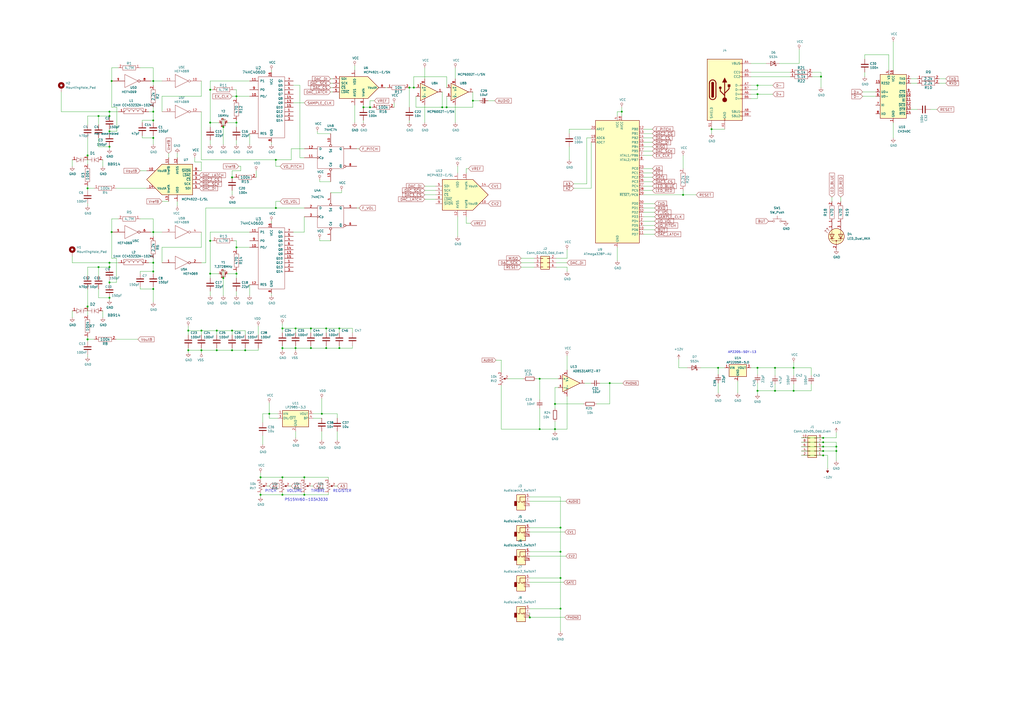
<source format=kicad_sch>
(kicad_sch (version 20250114) (generator "eeschema") (generator_version "9.0")
  (paper "A2")
  (text "PITCH" (at 153.67 285.75 0) (effects (font (size 1.524 1.524)) (justify left bottom)))
  (text "AP2205-50Y-13" (at 422.275 205.105 0) (effects (font (size 1.27 1.27)) (justify left bottom)))
  (text "PS15NV60-103A3030" (at 165.1 290.83 0) (effects (font (size 1.524 1.524)) (justify left bottom)))
  (text "VOLUME" (at 166.37 285.75 0) (effects (font (size 1.524 1.524)) (justify left bottom)))
  (text "TIMBRE" (at 180.34 285.75 0) (effects (font (size 1.524 1.524)) (justify left bottom)))
  (text "REGISTER" (at 193.04 285.75 0) (effects (font (size 1.524 1.524)) (justify left bottom)))
  (junction (at 116.84 203.2))
  (junction (at 88.9 134.62))
  (junction (at 116.84 191.77))
  (junction (at 325.12 320.04))
  (junction (at 237.49 50.8))
  (junction (at 125.73 191.77))
  (junction (at 63.5 76.2))
  (junction (at 476.25 44.45))
  (junction (at 63.5 67.31))
  (junction (at 63.5 152.4))
  (junction (at 160.02 120.65))
  (junction (at 88.9 69.85))
  (junction (at 137.16 143.51))
  (junction (at 360.68 64.77))
  (junction (at 64.77 46.99))
  (junction (at 307.34 358.14))
  (junction (at 186.69 240.03))
  (junction (at 274.32 58.42))
  (junction (at 121.92 52.07))
  (junction (at 64.77 134.62))
  (junction (at 477.52 256.54))
  (junction (at 439.42 213.36))
  (junction (at 137.16 158.75))
  (junction (at 134.62 203.2))
  (junction (at 129.54 161.29))
  (junction (at 50.8 177.8))
  (junction (at 477.52 259.08))
  (junction (at 396.24 113.03))
  (junction (at 196.85 201.93))
  (junction (at 325.12 353.06))
  (junction (at 325.12 335.28))
  (junction (at 160.02 92.71))
  (junction (at 313.055 219.71))
  (junction (at 63.5 154.94))
  (junction (at 256.54 62.23))
  (junction (at 180.34 190.5))
  (junction (at 163.83 287.02))
  (junction (at 412.75 74.93))
  (junction (at 189.23 190.5))
  (junction (at 88.9 157.48))
  (junction (at 63.5 163.83))
  (junction (at 137.16 71.12))
  (junction (at 109.22 191.77))
  (junction (at 449.58 213.36))
  (junction (at 439.42 49.53))
  (junction (at 134.62 102.87))
  (junction (at 240.03 50.8))
  (junction (at 353.695 222.25))
  (junction (at 214.63 62.23))
  (junction (at 416.56 213.36))
  (junction (at 485.14 259.08))
  (junction (at 88.9 152.4))
  (junction (at 171.45 201.93))
  (junction (at 163.83 190.5))
  (junction (at 485.14 261.62))
  (junction (at 325.12 306.07))
  (junction (at 321.945 248.92))
  (junction (at 176.53 276.86))
  (junction (at 449.58 226.695))
  (junction (at 163.83 201.93))
  (junction (at 151.13 276.86))
  (junction (at 180.34 201.93))
  (junction (at 63.5 172.72))
  (junction (at 176.53 287.02))
  (junction (at 189.23 201.93))
  (junction (at 129.54 73.66))
  (junction (at 477.52 254))
  (junction (at 460.375 213.36))
  (junction (at 163.83 276.86))
  (junction (at 313.055 248.92))
  (junction (at 477.52 261.62))
  (junction (at 88.9 46.99))
  (junction (at 210.82 62.23))
  (junction (at 156.21 240.03))
  (junction (at 439.42 226.695))
  (junction (at 142.24 203.2))
  (junction (at 50.8 109.22))
  (junction (at 460.375 226.695))
  (junction (at 439.42 54.61))
  (junction (at 125.73 203.2))
  (junction (at 50.8 90.17))
  (junction (at 63.5 64.77))
  (junction (at 88.9 80.01))
  (junction (at 321.945 234.315))
  (junction (at 121.92 158.75))
  (junction (at 171.45 190.5))
  (junction (at 88.9 64.77))
  (junction (at 121.92 139.7))
  (junction (at 109.22 203.2))
  (junction (at 134.62 191.77))
  (junction (at 196.85 190.5))
  (junction (at 137.16 55.88))
  (junction (at 57.15 67.31))
  (junction (at 88.9 167.64))
  (junction (at 151.13 287.02))
  (junction (at 57.15 154.94))
  (junction (at 259.08 62.23))
  (junction (at 477.52 264.16))
  (junction (at 63.5 85.09))
  (junction (at 50.8 196.85))
  (junction (at 121.92 71.12))
  (wire (pts (xy 64.77 39.37) (xy 64.77 46.99)))
  (wire (pts (xy 313.055 236.855) (xy 313.055 248.92)))
  (wire (pts (xy 149.86 189.23) (xy 149.86 194.31)))
  (wire (pts (xy 64.77 134.62) (xy 64.77 149.86)))
  (wire (pts (xy 121.92 139.7) (xy 121.92 158.75)))
  (wire (pts (xy 163.83 190.5) (xy 163.83 193.04)))
  (wire (pts (xy 204.47 201.93) (xy 204.47 200.66)))
  (wire (pts (xy 127 71.12) (xy 121.92 71.12)))
  (wire (pts (xy 176.53 125.73) (xy 176.53 134.62)))
  (wire (pts (xy 116.84 99.06) (xy 115.57 99.06)))
  (wire (pts (xy 134.62 113.03) (xy 134.62 110.49)))
  (wire (pts (xy 109.22 203.2) (xy 116.84 203.2)))
  (wire (pts (xy 41.91 152.4) (xy 63.5 152.4)))
  (wire (pts (xy 64.77 46.99) (xy 64.77 62.23)))
  (wire (pts (xy 156.21 240.03) (xy 152.4 240.03)))
  (wire (pts (xy 340.36 106.68) (xy 340.36 80.01)))
  (wire (pts (xy 125.73 191.77) (xy 134.62 191.77)))
  (wire (pts (xy 393.7 208.28) (xy 393.7 213.36)))
  (wire (pts (xy 460.375 213.36) (xy 460.375 210.185)))
  (wire (pts (xy 157.48 40.64) (xy 157.48 41.91)))
  (wire (pts (xy 193.04 53.34) (xy 191.77 53.34)))
  (wire (pts (xy 156.21 233.68) (xy 156.21 240.03)))
  (wire (pts (xy 439.42 222.25) (xy 439.42 226.695)))
  (wire (pts (xy 127 158.75) (xy 121.92 158.75)))
  (wire (pts (xy 191.77 50.8) (xy 193.04 50.8)))
  (wire (pts (xy 50.8 107.95) (xy 50.8 109.22)))
  (wire (pts (xy 358.14 67.31) (xy 358.14 64.77)))
  (wire (pts (xy 196.85 201.93) (xy 196.85 200.66)))
  (wire (pts (xy 88.9 134.62) (xy 88.9 137.16)))
  (wire (pts (xy 125.73 203.2) (xy 134.62 203.2)))
  (wire (pts (xy 190.5 276.86) (xy 190.5 278.13)))
  (wire (pts (xy 185.42 104.14) (xy 185.42 105.41)))
  (wire (pts (xy 210.82 62.23) (xy 214.63 62.23)))
  (wire (pts (xy 156.21 240.03) (xy 161.29 240.03)))
  (wire (pts (xy 228.6 59.69) (xy 228.6 62.23)))
  (wire (pts (xy 332.74 106.68) (xy 340.36 106.68)))
  (wire (pts (xy 176.53 134.62) (xy 170.18 134.62)))
  (wire (pts (xy 205.74 38.1) (xy 205.74 40.64)))
  (wire (pts (xy 342.9 74.93) (xy 330.2 74.93)))
  (wire (pts (xy 50.8 154.94) (xy 57.15 154.94)))
  (wire (pts (xy 121.92 52.07) (xy 121.92 71.12)))
  (wire (pts (xy 129.54 171.45) (xy 129.54 161.29)))
  (wire (pts (xy 123.19 52.07) (xy 121.92 52.07)))
  (wire (pts (xy 283.21 58.42) (xy 287.02 58.42)))
  (wire (pts (xy 379.73 120.65) (xy 373.38 120.65)))
  (wire (pts (xy 189.23 190.5) (xy 189.23 193.04)))
  (wire (pts (xy 185.42 138.43) (xy 185.42 139.7)))
  (wire (pts (xy 142.24 203.2) (xy 149.86 203.2)))
  (wire (pts (xy 482.6 114.3) (xy 482.6 116.84)))
  (wire (pts (xy 435.61 44.45) (xy 458.47 44.45)))
  (wire (pts (xy 35.56 64.77) (xy 63.5 64.77)))
  (wire (pts (xy 476.25 41.91) (xy 476.25 44.45)))
  (wire (pts (xy 378.46 105.41) (xy 373.38 105.41)))
  (wire (pts (xy 328.93 149.86) (xy 322.58 149.86)))
  (wire (pts (xy 379.73 123.19) (xy 373.38 123.19)))
  (wire (pts (xy 332.74 109.22) (xy 342.9 109.22)))
  (wire (pts (xy 290.83 223.52) (xy 290.83 248.92)))
  (wire (pts (xy 160.02 96.52) (xy 162.56 96.52)))
  (wire (pts (xy 439.42 54.61) (xy 439.42 57.15)))
  (wire (pts (xy 435.61 213.36) (xy 439.42 213.36)))
  (wire (pts (xy 246.38 110.49) (xy 252.73 110.49)))
  (wire (pts (xy 501.65 31.75) (xy 501.65 34.29)))
  (wire (pts (xy 477.52 264.16) (xy 480.06 264.16)))
  (wire (pts (xy 501.65 41.91) (xy 501.65 44.45)))
  (wire (pts (xy 88.9 80.01) (xy 88.9 83.82)))
  (wire (pts (xy 171.45 201.93) (xy 180.34 201.93)))
  (wire (pts (xy 328.93 248.92) (xy 321.945 248.92)))
  (wire (pts (xy 189.23 201.93) (xy 196.85 201.93)))
  (wire (pts (xy 378.46 80.01) (xy 373.38 80.01)))
  (wire (pts (xy 59.69 92.71) (xy 59.69 96.52)))
  (wire (pts (xy 396.24 113.03) (xy 373.38 113.03)))
  (wire (pts (xy 307.34 358.14) (xy 327.66 358.14)))
  (wire (pts (xy 88.9 69.85) (xy 88.9 71.12)))
  (wire (pts (xy 54.61 109.22) (xy 50.8 109.22)))
  (wire (pts (xy 185.42 139.7) (xy 191.77 139.7)))
  (wire (pts (xy 63.5 76.2) (xy 67.818 76.2)))
  (wire (pts (xy 129.54 156.21) (xy 129.54 161.29)))
  (wire (pts (xy 125.73 203.2) (xy 125.73 201.93)))
  (wire (pts (xy 180.34 190.5) (xy 180.34 193.04)))
  (wire (pts (xy 63.5 76.2) (xy 63.5 77.47)))
  (wire (pts (xy 163.83 285.75) (xy 163.83 287.02)))
  (wire (pts (xy 181.61 242.57) (xy 186.69 242.57)))
  (wire (pts (xy 347.98 222.25) (xy 353.695 222.25)))
  (wire (pts (xy 256.54 62.23) (xy 259.08 62.23)))
  (wire (pts (xy 81.28 127) (xy 88.9 127)))
  (wire (pts (xy 116.84 55.88) (xy 116.84 46.99)))
  (wire (pts (xy 485.14 267.335) (xy 485.14 261.62)))
  (wire (pts (xy 532.13 63.5) (xy 528.32 63.5)))
  (wire (pts (xy 67.564 149.86) (xy 64.77 149.86)))
  (wire (pts (xy 273.05 129.54) (xy 270.51 129.54)))
  (wire (pts (xy 93.98 116.84) (xy 97.79 116.84)))
  (wire (pts (xy 142.24 203.2) (xy 142.24 201.93)))
  (wire (pts (xy 123.19 139.7) (xy 121.92 139.7)))
  (wire (pts (xy 149.86 203.2) (xy 149.86 201.93)))
  (wire (pts (xy 396.24 110.49) (xy 396.24 113.03)))
  (wire (pts (xy 412.75 74.93) (xy 412.75 77.47)))
  (wire (pts (xy 378.46 97.79) (xy 373.38 97.79)))
  (wire (pts (xy 379.73 118.11) (xy 373.38 118.11)))
  (wire (pts (xy 137.16 139.7) (xy 137.16 143.51)))
  (wire (pts (xy 476.25 44.45) (xy 476.25 50.8)))
  (wire (pts (xy 543.56 63.5) (xy 539.75 63.5)))
  (wire (pts (xy 82.55 69.85) (xy 88.9 69.85)))
  (wire (pts (xy 59.69 180.34) (xy 59.69 184.15)))
  (wire (pts (xy 176.53 276.86) (xy 190.5 276.86)))
  (wire (pts (xy 151.13 287.02) (xy 151.13 288.29)))
  (wire (pts (xy 379.73 125.73) (xy 373.38 125.73)))
  (wire (pts (xy 186.69 240.03) (xy 181.61 240.03)))
  (wire (pts (xy 121.92 134.62) (xy 144.78 134.62)))
  (wire (pts (xy 41.91 92.71) (xy 41.91 96.52)))
  (wire (pts (xy 378.46 82.55) (xy 373.38 82.55)))
  (wire (pts (xy 134.62 203.2) (xy 142.24 203.2)))
  (wire (pts (xy 360.68 64.77) (xy 360.68 67.31)))
  (wire (pts (xy 134.62 191.77) (xy 142.24 191.77)))
  (wire (pts (xy 270.51 129.54) (xy 270.51 125.73)))
  (wire (pts (xy 82.55 80.01) (xy 82.55 78.74)))
  (wire (pts (xy 339.09 222.25) (xy 342.9 222.25)))
  (wire (pts (xy 515.62 31.75) (xy 501.65 31.75)))
  (wire (pts (xy 274.32 58.42) (xy 274.32 62.23)))
  (wire (pts (xy 198.12 111.76) (xy 198.12 110.49)))
  (wire (pts (xy 190.5 287.02) (xy 190.5 285.75)))
  (wire (pts (xy 67.564 149.86) (xy 67.564 163.83)))
  (wire (pts (xy 240.03 50.8) (xy 241.3 50.8)))
  (wire (pts (xy 342.9 82.55) (xy 342.9 109.22)))
  (wire (pts (xy 88.9 78.74) (xy 88.9 80.01)))
  (wire (pts (xy 151.13 274.32) (xy 151.13 276.86)))
  (wire (pts (xy 50.8 118.11) (xy 50.8 119.38)))
  (wire (pts (xy 144.78 77.47) (xy 144.78 83.82)))
  (wire (pts (xy 151.13 285.75) (xy 151.13 287.02)))
  (wire (pts (xy 63.5 152.4) (xy 68.58 152.4)))
  (wire (pts (xy 116.84 152.4) (xy 119.38 152.4)))
  (wire (pts (xy 57.15 85.09) (xy 63.5 85.09)))
  (wire (pts (xy 87.63 134.62) (xy 88.9 134.62)))
  (wire (pts (xy 163.83 287.02) (xy 176.53 287.02)))
  (wire (pts (xy 151.13 276.86) (xy 151.13 278.13)))
  (wire (pts (xy 448.31 49.53) (xy 439.42 49.53)))
  (wire (pts (xy 116.84 93.98) (xy 116.84 99.06)))
  (wire (pts (xy 195.58 250.19) (xy 195.58 255.27)))
  (wire (pts (xy 82.55 71.12) (xy 82.55 69.85)))
  (wire (pts (xy 50.8 72.39) (xy 50.8 67.31)))
  (wire (pts (xy 63.5 163.83) (xy 67.564 163.83)))
  (wire (pts (xy 464.82 259.08) (xy 477.52 259.08)))
  (wire (pts (xy 116.84 201.93) (xy 116.84 203.2)))
  (wire (pts (xy 460.375 226.695) (xy 460.375 222.885)))
  (wire (pts (xy 134.62 191.77) (xy 134.62 194.31)))
  (wire (pts (xy 321.945 224.79) (xy 321.945 234.315)))
  (wire (pts (xy 63.5 85.09) (xy 63.5 86.36)))
  (wire (pts (xy 460.375 213.36) (xy 470.535 213.36)))
  (wire (pts (xy 237.49 50.8) (xy 237.49 62.23)))
  (wire (pts (xy 142.24 191.77) (xy 142.24 194.31)))
  (wire (pts (xy 325.12 306.07) (xy 325.12 320.04)))
  (wire (pts (xy 196.85 201.93) (xy 204.47 201.93)))
  (wire (pts (xy 88.9 46.99) (xy 88.9 49.53)))
  (wire (pts (xy 67.818 62.23) (xy 67.818 76.2)))
  (wire (pts (xy 54.61 196.85) (xy 50.8 196.85)))
  (wire (pts (xy 113.03 91.44) (xy 113.03 93.98)))
  (wire (pts (xy 259.08 62.23) (xy 259.08 55.88)))
  (wire (pts (xy 208.28 120.65) (xy 207.01 120.65)))
  (wire (pts (xy 290.83 208.915) (xy 290.83 215.9)))
  (wire (pts (xy 464.82 261.62) (xy 477.52 261.62)))
  (wire (pts (xy 57.15 172.72) (xy 63.5 172.72)))
  (wire (pts (xy 460.375 213.36) (xy 460.375 217.805)))
  (wire (pts (xy 57.15 67.31) (xy 57.15 72.39)))
  (wire (pts (xy 137.16 52.07) (xy 137.16 55.88)))
  (wire (pts (xy 378.46 77.47) (xy 373.38 77.47)))
  (wire (pts (xy 151.13 287.02) (xy 163.83 287.02)))
  (wire (pts (xy 88.9 62.23) (xy 88.9 64.77)))
  (wire (pts (xy 64.77 127) (xy 64.77 134.62)))
  (wire (pts (xy 224.79 50.8) (xy 223.52 50.8)))
  (wire (pts (xy 196.85 190.5) (xy 204.47 190.5)))
  (wire (pts (xy 544.83 48.26) (xy 548.64 48.26)))
  (wire (pts (xy 50.8 196.85) (xy 50.8 198.12)))
  (wire (pts (xy 204.47 190.5) (xy 204.47 193.04)))
  (wire (pts (xy 256.54 62.23) (xy 256.54 53.34)))
  (wire (pts (xy 439.42 213.36) (xy 439.42 217.17)))
  (wire (pts (xy 63.5 64.77) (xy 68.58 64.77)))
  (wire (pts (xy 325.12 288.29) (xy 325.12 306.07)))
  (wire (pts (xy 41.91 152.4) (xy 41.91 148.59)))
  (wire (pts (xy 171.45 200.66) (xy 171.45 201.93)))
  (wire (pts (xy 161.29 242.57) (xy 156.21 242.57)))
  (wire (pts (xy 307.34 320.04) (xy 325.12 320.04)))
  (wire (pts (xy 328.93 206.375) (xy 328.93 214.63)))
  (wire (pts (xy 81.28 39.37) (xy 88.9 39.37)))
  (wire (pts (xy 379.73 128.27) (xy 373.38 128.27)))
  (wire (pts (xy 50.8 109.22) (xy 50.8 110.49)))
  (wire (pts (xy 88.9 152.4) (xy 86.36 152.4)))
  (wire (pts (xy 180.34 201.93) (xy 189.23 201.93)))
  (wire (pts (xy 240.03 44.45) (xy 259.08 44.45)))
  (wire (pts (xy 328.93 229.87) (xy 328.93 248.92)))
  (wire (pts (xy 63.5 67.31) (xy 63.5 64.77)))
  (wire (pts (xy 460.375 226.695) (xy 470.535 226.695)))
  (wire (pts (xy 163.83 201.93) (xy 171.45 201.93)))
  (wire (pts (xy 171.45 190.5) (xy 180.34 190.5)))
  (wire (pts (xy 57.15 67.31) (xy 63.5 67.31)))
  (wire (pts (xy 152.4 240.03) (xy 152.4 245.11)))
  (wire (pts (xy 93.98 64.77) (xy 93.98 55.88)))
  (wire (pts (xy 307.34 355.6) (xy 307.34 358.14)))
  (wire (pts (xy 63.5 162.56) (xy 63.5 163.83)))
  (wire (pts (xy 137.16 52.07) (xy 135.89 52.07)))
  (wire (pts (xy 416.56 217.17) (xy 416.56 213.36)))
  (wire (pts (xy 518.16 24.13) (xy 518.16 40.64)))
  (wire (pts (xy 435.61 52.07) (xy 439.42 52.07)))
  (wire (pts (xy 163.83 187.96) (xy 163.83 190.5)))
  (wire (pts (xy 439.42 57.15) (xy 435.61 57.15)))
  (wire (pts (xy 328.93 154.94) (xy 328.93 157.48)))
  (wire (pts (xy 396.24 90.17) (xy 396.24 97.79)))
  (wire (pts (xy 186.69 231.14) (xy 186.69 240.03)))
  (wire (pts (xy 379.73 135.89) (xy 373.38 135.89)))
  (wire (pts (xy 139.7 96.52) (xy 138.43 96.52)))
  (wire (pts (xy 330.2 74.93) (xy 330.2 77.47)))
  (wire (pts (xy 176.53 276.86) (xy 176.53 278.13)))
  (wire (pts (xy 191.77 45.72) (xy 193.04 45.72)))
  (wire (pts (xy 121.92 71.12) (xy 121.92 73.66)))
  (wire (pts (xy 160.02 92.71) (xy 116.84 92.71)))
  (wire (pts (xy 307.34 353.06) (xy 325.12 353.06)))
  (wire (pts (xy 439.42 213.36) (xy 449.58 213.36)))
  (wire (pts (xy 358.14 151.13) (xy 358.14 143.51)))
  (wire (pts (xy 449.58 226.695) (xy 449.58 222.885)))
  (wire (pts (xy 109.22 191.77) (xy 109.22 194.31)))
  (wire (pts (xy 322.58 154.94) (xy 328.93 154.94)))
  (wire (pts (xy 64.77 39.37) (xy 68.58 39.37)))
  (wire (pts (xy 81.28 158.75) (xy 81.28 157.48)))
  (wire (pts (xy 265.43 96.52) (xy 265.43 100.33)))
  (wire (pts (xy 302.26 149.86) (xy 309.88 149.86)))
  (wire (pts (xy 448.31 54.61) (xy 439.42 54.61)))
  (wire (pts (xy 163.83 276.86) (xy 176.53 276.86)))
  (wire (pts (xy 119.38 152.4) (xy 119.38 120.65)))
  (wire (pts (xy 176.53 287.02) (xy 190.5 287.02)))
  (wire (pts (xy 134.62 203.2) (xy 134.62 201.93)))
  (wire (pts (xy 137.16 69.85) (xy 137.16 71.12)))
  (wire (pts (xy 287.655 208.915) (xy 290.83 208.915)))
  (wire (pts (xy 427.99 220.98) (xy 427.99 227.965)))
  (wire (pts (xy 471.17 44.45) (xy 476.25 44.45)))
  (wire (pts (xy 353.695 222.25) (xy 353.695 234.315)))
  (wire (pts (xy 241.3 55.88) (xy 241.3 62.23)))
  (wire (pts (xy 485.14 259.08) (xy 485.14 256.54)))
  (wire (pts (xy 50.8 167.64) (xy 50.8 177.8)))
  (wire (pts (xy 88.9 127) (xy 88.9 134.62)))
  (wire (pts (xy 378.46 87.63) (xy 373.38 87.63)))
  (wire (pts (xy 259.08 62.23) (xy 274.32 62.23)))
  (wire (pts (xy 144.78 55.88) (xy 137.16 55.88)))
  (wire (pts (xy 240.03 50.8) (xy 240.03 44.45)))
  (wire (pts (xy 116.84 191.77) (xy 116.84 194.31)))
  (wire (pts (xy 241.3 62.23) (xy 256.54 62.23)))
  (wire (pts (xy 307.34 322.58) (xy 328.295 322.58)))
  (wire (pts (xy 81.28 167.64) (xy 88.9 167.64)))
  (wire (pts (xy 88.9 64.77) (xy 86.36 64.77)))
  (wire (pts (xy 50.8 177.8) (xy 50.8 182.88)))
  (wire (pts (xy 191.77 77.47) (xy 184.15 77.47)))
  (wire (pts (xy 313.055 219.71) (xy 323.85 219.71)))
  (wire (pts (xy 125.73 191.77) (xy 125.73 194.31)))
  (wire (pts (xy 246.38 115.57) (xy 252.73 115.57)))
  (wire (pts (xy 81.28 157.48) (xy 88.9 157.48)))
  (wire (pts (xy 274.32 53.34) (xy 274.32 58.42)))
  (wire (pts (xy 237.49 50.8) (xy 240.03 50.8)))
  (wire (pts (xy 307.34 290.83) (xy 328.295 290.83)))
  (wire (pts (xy 50.8 205.74) (xy 50.8 207.01)))
  (wire (pts (xy 449.58 213.36) (xy 449.58 217.805)))
  (wire (pts (xy 403.86 113.03) (xy 396.24 113.03)))
  (wire (pts (xy 168.91 86.36) (xy 168.91 92.71)))
  (wire (pts (xy 121.92 158.75) (xy 121.92 161.29)))
  (wire (pts (xy 412.75 74.93) (xy 420.37 74.93)))
  (wire (pts (xy 313.055 248.92) (xy 321.945 248.92)))
  (wire (pts (xy 176.53 285.75) (xy 176.53 287.02)))
  (wire (pts (xy 134.62 99.06) (xy 139.7 99.06)))
  (wire (pts (xy 137.16 157.48) (xy 137.16 158.75)))
  (wire (pts (xy 471.17 41.91) (xy 476.25 41.91)))
  (wire (pts (xy 119.38 120.65) (xy 160.02 120.65)))
  (wire (pts (xy 264.16 39.37) (xy 264.16 45.72)))
  (wire (pts (xy 109.22 189.23) (xy 109.22 191.77)))
  (wire (pts (xy 63.5 163.83) (xy 63.5 165.1)))
  (wire (pts (xy 487.68 114.3) (xy 487.68 116.84)))
  (wire (pts (xy 246.38 39.37) (xy 246.38 45.72)))
  (wire (pts (xy 64.77 127) (xy 68.58 127)))
  (wire (pts (xy 171.45 250.19) (xy 171.45 254)))
  (wire (pts (xy 57.15 80.01) (xy 57.15 85.09)))
  (wire (pts (xy 205.74 60.96) (xy 205.74 71.12)))
  (wire (pts (xy 41.91 180.34) (xy 41.91 184.15)))
  (wire (pts (xy 88.9 167.64) (xy 88.9 175.26)))
  (wire (pts (xy 137.16 81.28) (xy 137.16 83.82)))
  (wire (pts (xy 321.945 248.92) (xy 321.945 250.19)))
  (wire (pts (xy 518.16 71.12) (xy 518.16 80.01)))
  (wire (pts (xy 214.63 62.23) (xy 215.9 62.23)))
  (wire (pts (xy 185.42 105.41) (xy 191.77 105.41)))
  (wire (pts (xy 186.69 240.03) (xy 195.58 240.03)))
  (wire (pts (xy 274.32 58.42) (xy 278.13 58.42)))
  (wire (pts (xy 170.18 49.53) (xy 173.99 49.53)))
  (wire (pts (xy 439.42 49.53) (xy 435.61 49.53)))
  (wire (pts (xy 88.9 157.48) (xy 88.9 158.75)))
  (wire (pts (xy 373.38 107.95) (xy 378.46 107.95)))
  (wire (pts (xy 88.9 134.62) (xy 93.98 134.62)))
  (wire (pts (xy 121.92 168.91) (xy 121.92 171.45)))
  (wire (pts (xy 470.535 226.695) (xy 470.535 222.885)))
  (wire (pts (xy 160.02 92.71) (xy 160.02 96.52)))
  (wire (pts (xy 532.13 45.72) (xy 528.32 45.72)))
  (wire (pts (xy 151.13 276.86) (xy 163.83 276.86)))
  (wire (pts (xy 252.73 107.95) (xy 246.38 107.95)))
  (wire (pts (xy 464.82 264.16) (xy 477.52 264.16)))
  (wire (pts (xy 464.82 256.54) (xy 477.52 256.54)))
  (wire (pts (xy 485.14 261.62) (xy 485.14 259.08)))
  (wire (pts (xy 67.818 62.23) (xy 64.77 62.23)))
  (wire (pts (xy 156.21 242.57) (xy 156.21 240.03)))
  (wire (pts (xy 302.26 154.94) (xy 309.88 154.94)))
  (wire (pts (xy 449.58 213.36) (xy 460.375 213.36)))
  (wire (pts (xy 157.48 170.18) (xy 157.48 171.45)))
  (wire (pts (xy 116.84 203.2) (xy 125.73 203.2)))
  (wire (pts (xy 210.82 69.85) (xy 210.82 71.12)))
  (wire (pts (xy 116.84 143.51) (xy 116.84 134.62)))
  (wire (pts (xy 132.08 158.75) (xy 137.16 158.75)))
  (wire (pts (xy 378.46 85.09) (xy 373.38 85.09)))
  (wire (pts (xy 137.16 168.91) (xy 137.16 171.45)))
  (wire (pts (xy 485.14 250.825) (xy 485.14 254)))
  (wire (pts (xy 121.92 46.99) (xy 121.92 52.07)))
  (wire (pts (xy 57.15 154.94) (xy 57.15 160.02)))
  (wire (pts (xy 88.9 46.99) (xy 93.98 46.99)))
  (wire (pts (xy 160.02 120.65) (xy 176.53 120.65)))
  (wire (pts (xy 435.61 36.83) (xy 444.5 36.83)))
  (wire (pts (xy 184.15 77.47) (xy 184.15 76.2)))
  (wire (pts (xy 88.9 149.86) (xy 88.9 152.4)))
  (wire (pts (xy 67.31 109.22) (xy 85.09 109.22)))
  (wire (pts (xy 180.34 190.5) (xy 189.23 190.5)))
  (wire (pts (xy 129.54 83.82) (xy 129.54 73.66)))
  (wire (pts (xy 160.02 116.84) (xy 162.56 116.84)))
  (wire (pts (xy 325.12 335.28) (xy 325.12 353.06)))
  (wire (pts (xy 157.48 82.55) (xy 157.48 83.82)))
  (wire (pts (xy 63.5 172.72) (xy 63.5 173.99)))
  (wire (pts (xy 168.91 92.71) (xy 160.02 92.71)))
  (wire (pts (xy 311.15 219.71) (xy 313.055 219.71)))
  (wire (pts (xy 88.9 39.37) (xy 88.9 46.99)))
  (wire (pts (xy 393.7 213.36) (xy 398.78 213.36)))
  (wire (pts (xy 379.73 130.81) (xy 373.38 130.81)))
  (wire (pts (xy 353.695 222.25) (xy 361.315 222.25)))
  (wire (pts (xy 35.56 64.77) (xy 35.56 53.34)))
  (wire (pts (xy 294.64 219.71) (xy 303.53 219.71)))
  (wire (pts (xy 477.52 254) (xy 485.14 254)))
  (wire (pts (xy 137.16 71.12) (xy 137.16 73.66)))
  (wire (pts (xy 477.52 259.08) (xy 485.14 259.08)))
  (wire (pts (xy 137.16 139.7) (xy 135.89 139.7)))
  (wire (pts (xy 163.83 200.66) (xy 163.83 201.93)))
  (wire (pts (xy 57.15 167.64) (xy 57.15 172.72)))
  (wire (pts (xy 63.5 154.94) (xy 63.5 152.4)))
  (wire (pts (xy 102.87 116.84) (xy 102.87 119.38)))
  (wire (pts (xy 88.9 152.4) (xy 88.9 157.48)))
  (wire (pts (xy 477.52 256.54) (xy 485.14 256.54)))
  (wire (pts (xy 152.4 252.73) (xy 152.4 257.81)))
  (wire (pts (xy 57.15 154.94) (xy 63.5 154.94)))
  (wire (pts (xy 360.68 62.23) (xy 360.68 64.77)))
  (wire (pts (xy 548.64 45.72) (xy 544.83 45.72)))
  (wire (pts (xy 480.06 271.78) (xy 480.06 264.16)))
  (wire (pts (xy 515.62 31.75) (xy 515.62 40.64)))
  (wire (pts (xy 378.46 100.33) (xy 373.38 100.33)))
  (wire (pts (xy 500.38 53.34) (xy 508 53.34)))
  (wire (pts (xy 171.45 201.93) (xy 171.45 203.2)))
  (wire (pts (xy 259.08 44.45) (xy 259.08 50.8)))
  (wire (pts (xy 50.8 90.17) (xy 50.8 95.25)))
  (wire (pts (xy 328.93 144.78) (xy 328.93 149.86)))
  (wire (pts (xy 321.945 234.315) (xy 321.945 236.855)))
  (wire (pts (xy 508 55.88) (xy 500.38 55.88)))
  (wire (pts (xy 93.98 143.51) (xy 116.84 143.51)))
  (wire (pts (xy 167.64 281.94) (xy 168.91 281.94)))
  (wire (pts (xy 148.59 99.06) (xy 148.59 102.87)))
  (wire (pts (xy 358.14 64.77) (xy 360.68 64.77)))
  (wire (pts (xy 464.82 254) (xy 477.52 254)))
  (wire (pts (xy 139.7 99.06) (xy 139.7 96.52)))
  (wire (pts (xy 321.945 244.475) (xy 321.945 248.92)))
  (wire (pts (xy 109.22 191.77) (xy 116.84 191.77)))
  (wire (pts (xy 180.34 281.94) (xy 181.61 281.94)))
  (wire (pts (xy 102.87 88.9) (xy 102.87 91.44)))
  (wire (pts (xy 134.62 102.87) (xy 134.62 99.06)))
  (wire (pts (xy 135.89 102.87) (xy 134.62 102.87)))
  (wire (pts (xy 87.63 46.99) (xy 88.9 46.99)))
  (wire (pts (xy 50.8 160.02) (xy 50.8 154.94)))
  (wire (pts (xy 290.83 248.92) (xy 313.055 248.92)))
  (wire (pts (xy 137.16 55.88) (xy 134.62 55.88)))
  (wire (pts (xy 265.43 125.73) (xy 265.43 137.16)))
  (wire (pts (xy 307.34 306.07) (xy 325.12 306.07)))
  (wire (pts (xy 321.945 234.315) (xy 338.455 234.315)))
  (wire (pts (xy 439.42 54.61) (xy 435.61 54.61)))
  (wire (pts (xy 323.85 224.79) (xy 321.945 224.79)))
  (wire (pts (xy 85.09 99.06) (xy 81.28 99.06)))
  (wire (pts (xy 325.12 353.06) (xy 325.12 366.395)))
  (wire (pts (xy 270.51 97.79) (xy 271.78 97.79)))
  (wire (pts (xy 379.73 133.35) (xy 373.38 133.35)))
  (wire (pts (xy 63.5 74.93) (xy 63.5 76.2)))
  (wire (pts (xy 340.36 80.01) (xy 342.9 80.01)))
  (wire (pts (xy 116.84 92.71) (xy 116.84 64.77)))
  (wire (pts (xy 214.63 58.42) (xy 214.63 62.23)))
  (wire (pts (xy 532.13 48.26) (xy 528.32 48.26)))
  (wire (pts (xy 50.8 67.31) (xy 57.15 67.31)))
  (wire (pts (xy 246.38 113.03) (xy 252.73 113.03)))
  (wire (pts (xy 439.42 226.695) (xy 449.58 226.695)))
  (wire (pts (xy 88.9 166.37) (xy 88.9 167.64)))
  (wire (pts (xy 176.53 91.44) (xy 173.99 91.44)))
  (wire (pts (xy 270.51 100.33) (xy 270.51 97.79)))
  (wire (pts (xy 307.34 337.82) (xy 327.025 337.82)))
  (wire (pts (xy 193.04 48.26) (xy 191.77 48.26)))
  (wire (pts (xy 196.85 190.5) (xy 196.85 193.04)))
  (wire (pts (xy 208.28 86.36) (xy 207.01 86.36)))
  (wire (pts (xy 463.55 36.83) (xy 452.12 36.83)))
  (wire (pts (xy 210.82 60.96) (xy 210.82 62.23)))
  (wire (pts (xy 144.78 143.51) (xy 137.16 143.51)))
  (wire (pts (xy 353.695 234.315) (xy 346.075 234.315)))
  (wire (pts (xy 154.94 281.94) (xy 156.21 281.94)))
  (wire (pts (xy 470.535 217.805) (xy 470.535 213.36)))
  (wire (pts (xy 176.53 59.69) (xy 170.18 59.69)))
  (wire (pts (xy 163.83 201.93) (xy 163.83 203.2)))
  (wire (pts (xy 137.16 55.88) (xy 137.16 57.15)))
  (wire (pts (xy 137.16 158.75) (xy 137.16 161.29)))
  (wire (pts (xy 50.8 195.58) (xy 50.8 196.85)))
  (wire (pts (xy 189.23 201.93) (xy 189.23 200.66)))
  (wire (pts (xy 116.84 191.77) (xy 125.73 191.77)))
  (wire (pts (xy 330.2 85.09) (xy 330.2 92.71)))
  (wire (pts (xy 195.58 240.03) (xy 195.58 242.57)))
  (wire (pts (xy 307.34 335.28) (xy 325.12 335.28)))
  (wire (pts (xy 477.52 261.62) (xy 485.14 261.62)))
  (wire (pts (xy 406.4 213.36) (xy 416.56 213.36)))
  (wire (pts (xy 160.02 120.65) (xy 160.02 116.84)))
  (wire (pts (xy 416.56 213.36) (xy 420.37 213.36)))
  (wire (pts (xy 186.69 250.19) (xy 186.69 255.27)))
  (wire (pts (xy 129.54 68.58) (xy 129.54 73.66)))
  (wire (pts (xy 307.34 308.61) (xy 327.66 308.61)))
  (wire (pts (xy 373.38 102.87) (xy 378.46 102.87)))
  (wire (pts (xy 458.47 41.91) (xy 435.61 41.91)))
  (wire (pts (xy 378.46 90.17) (xy 373.38 90.17)))
  (wire (pts (xy 171.45 190.5) (xy 171.45 193.04)))
  (wire (pts (xy 217.17 58.42) (xy 214.63 58.42)))
  (wire (pts (xy 93.98 152.4) (xy 93.98 143.51)))
  (wire (pts (xy 325.12 320.04) (xy 325.12 335.28)))
  (wire (pts (xy 302.26 152.4) (xy 309.88 152.4)))
  (wire (pts (xy 191.77 111.76) (xy 198.12 111.76)))
  (wire (pts (xy 416.56 222.25) (xy 416.56 227.965)))
  (wire (pts (xy 194.31 281.94) (xy 195.58 281.94)))
  (wire (pts (xy 163.83 276.86) (xy 163.83 278.13)))
  (wire (pts (xy 137.16 143.51) (xy 137.16 144.78)))
  (wire (pts (xy 176.53 86.36) (xy 168.91 86.36)))
  (wire (pts (xy 113.03 93.98) (xy 116.84 93.98)))
  (wire (pts (xy 189.23 190.5) (xy 196.85 190.5)))
  (wire (pts (xy 144.78 165.1) (xy 144.78 171.45)))
  (wire (pts (xy 109.22 201.93) (xy 109.22 203.2)))
  (wire (pts (xy 97.79 88.9) (xy 97.79 91.44)))
  (wire (pts (xy 264.16 60.96) (xy 264.16 71.12)))
  (wire (pts (xy 121.92 134.62) (xy 121.92 139.7)))
  (wire (pts (xy 173.99 49.53) (xy 173.99 91.44)))
  (wire (pts (xy 378.46 74.93) (xy 373.38 74.93)))
  (wire (pts (xy 328.93 152.4) (xy 322.58 152.4)))
  (wire (pts (xy 439.42 226.695) (xy 439.42 228.6)))
  (wire (pts (xy 88.9 80.01) (xy 82.55 80.01)))
  (wire (pts (xy 88.9 64.77) (xy 88.9 69.85)))
  (wire (pts (xy 132.08 71.12) (xy 137.16 71.12)))
  (wire (pts (xy 81.28 166.37) (xy 81.28 167.64)))
  (wire (pts (xy 121.92 46.99) (xy 144.78 46.99)))
  (wire (pts (xy 246.38 60.96) (xy 246.38 71.12)))
  (wire (pts (xy 121.92 81.28) (xy 121.92 83.82)))
  (wire (pts (xy 463.55 28.575) (xy 463.55 36.83)))
  (wire (pts (xy 67.31 196.85) (xy 80.01 196.85)))
  (wire (pts (xy 378.46 110.49) (xy 373.38 110.49)))
  (wire (pts (xy 449.58 226.695) (xy 460.375 226.695)))
  (wire (pts (xy 237.49 71.12) (xy 237.49 69.85)))
  (wire (pts (xy 307.34 288.29) (xy 325.12 288.29)))
  (wire (pts (xy 93.98 55.88) (xy 116.84 55.88)))
  (wire (pts (xy 313.055 219.71) (xy 313.055 231.775)))
  (wire (pts (xy 439.42 52.07) (xy 439.42 49.53)))
  (wire (pts (xy 157.48 128.27) (xy 157.48 129.54)))
  (wire (pts (xy 163.83 190.5) (xy 171.45 190.5)))
  (wire (pts (xy 116.84 203.2) (xy 116.84 204.47)))
  (wire (pts (xy 109.22 203.2) (xy 109.22 204.47)))
  (wire (pts (xy 180.34 201.93) (xy 180.34 200.66)))
  (wire (pts (xy 50.8 80.01) (xy 50.8 90.17)))
  (global_label "VREF" (shape input) (at 271.78 97.79 0) (effects (font (size 1.524 1.524))) (property "Intersheetrefs" "${INTERSHEET_REFS}" (effects (hide yes))))
  (global_label "VoutB" (shape input) (at 80.01 196.85 0) (effects (font (size 1.524 1.524))) (property "Intersheetrefs" "${INTERSHEET_REFS}" (effects (hide yes))))
  (global_label "A3" (shape input) (at 332.74 106.68 180) (effects (font (size 1.524 1.524))) (property "Intersheetrefs" "${INTERSHEET_REFS}" (effects (hide yes))))
  (global_label "RESET" (shape input) (at 543.56 63.5 0) (effects (font (size 1.524 1.524))) (property "Intersheetrefs" "${INTERSHEET_REFS}" (effects (hide yes))))
  (global_label "LED_BLUE" (shape input) (at 378.46 107.95 0) (effects (font (size 1.524 1.524))) (property "Intersheetrefs" "${INTERSHEET_REFS}" (effects (hide yes))))
  (global_label "VrefB" (shape input) (at 97.79 88.9 90) (effects (font (size 1.524 1.524))) (property "Intersheetrefs" "${INTERSHEET_REFS}" (effects (hide yes))))
  (global_label "AUDIO" (shape input) (at 287.655 208.915 180) (property "Intersheetrefs" "${INTERSHEET_REFS}" (effects (hide yes))))
  (global_label "DAC_SCK" (shape input) (at 378.46 87.63 0) (effects (font (size 1.524 1.524))) (property "Intersheetrefs" "${INTERSHEET_REFS}" (effects (hide yes))))
  (global_label "DAC_SCK" (shape input) (at 115.57 106.68 0) (effects (font (size 1.524 1.524))) (property "Intersheetrefs" "${INTERSHEET_REFS}" (effects (hide yes))))
  (global_label "BUT" (shape input) (at 445.77 128.27 180) (effects (font (size 1.524 1.524))) (property "Intersheetrefs" "${INTERSHEET_REFS}" (effects (hide yes))))
  (global_label "VREF" (shape input) (at 273.05 129.54 0) (effects (font (size 1.524 1.524))) (property "Intersheetrefs" "${INTERSHEET_REFS}" (effects (hide yes))))
  (global_label "EX_CLK" (shape input) (at 134.62 55.88 180) (effects (font (size 1.524 1.524))) (property "Intersheetrefs" "${INTERSHEET_REFS}" (effects (hide yes))))
  (global_label "AUDIO" (shape input) (at 328.295 290.83 0) (property "Intersheetrefs" "${INTERSHEET_REFS}" (effects (hide yes))))
  (global_label "D-" (shape input) (at 500.38 55.88 180) (effects (font (size 1.524 1.524))) (property "Intersheetrefs" "${INTERSHEET_REFS}" (effects (hide yes))))
  (global_label "TXD" (shape input) (at 379.73 118.11 0) (effects (font (size 1.524 1.524))) (property "Intersheetrefs" "${INTERSHEET_REFS}" (effects (hide yes))))
  (global_label "DAC_DI" (shape input) (at 378.46 82.55 0) (effects (font (size 1.524 1.524))) (property "Intersheetrefs" "${INTERSHEET_REFS}" (effects (hide yes))))
  (global_label "LED_RED" (shape input) (at 378.46 110.49 0) (effects (font (size 1.524 1.524))) (property "Intersheetrefs" "${INTERSHEET_REFS}" (effects (hide yes))))
  (global_label "VrefB" (shape input) (at 138.43 96.52 180) (effects (font (size 1.524 1.524))) (property "Intersheetrefs" "${INTERSHEET_REFS}" (effects (hide yes))))
  (global_label "A0" (shape input) (at 156.21 281.94 0) (effects (font (size 1.524 1.524))) (property "Intersheetrefs" "${INTERSHEET_REFS}" (effects (hide yes))))
  (global_label "A3" (shape input) (at 195.58 281.94 0) (effects (font (size 1.524 1.524))) (property "Intersheetrefs" "${INTERSHEET_REFS}" (effects (hide yes))))
  (global_label "D+" (shape input) (at 500.38 53.34 180) (effects (font (size 1.524 1.524))) (property "Intersheetrefs" "${INTERSHEET_REFS}" (effects (hide yes))))
  (global_label "VrefB" (shape input) (at 93.98 116.84 180) (effects (font (size 1.524 1.524))) (property "Intersheetrefs" "${INTERSHEET_REFS}" (effects (hide yes))))
  (global_label "SAMPLE_CLK" (shape input) (at 176.53 59.69 0) (effects (font (size 1.524 1.524))) (property "Intersheetrefs" "${INTERSHEET_REFS}" (effects (hide yes))))
  (global_label "CV1" (shape input) (at 283.21 107.95 0) (effects (font (size 1.524 1.524))) (property "Intersheetrefs" "${INTERSHEET_REFS}" (effects (hide yes))))
  (global_label "MISO" (shape input) (at 302.26 149.86 180) (effects (font (size 1.524 1.524))) (property "Intersheetrefs" "${INTERSHEET_REFS}" (effects (hide yes))))
  (global_label "PHONO" (shape input) (at 361.315 222.25 0) (property "Intersheetrefs" "${INTERSHEET_REFS}" (effects (hide yes))))
  (global_label "SAMPLE_CLK" (shape input) (at 379.73 125.73 0) (effects (font (size 1.524 1.524))) (property "Intersheetrefs" "${INTERSHEET_REFS}" (effects (hide yes))))
  (global_label "DAC2_CS" (shape input) (at 378.46 77.47 0) (effects (font (size 1.524 1.524))) (property "Intersheetrefs" "${INTERSHEET_REFS}" (effects (hide yes))))
  (global_label "F_VOL" (shape input) (at 208.28 120.65 0) (effects (font (size 1.524 1.524))) (property "Intersheetrefs" "${INTERSHEET_REFS}" (effects (hide yes))))
  (global_label "VO_VOL" (shape input) (at 379.73 128.27 0) (effects (font (size 1.524 1.524))) (property "Intersheetrefs" "${INTERSHEET_REFS}" (effects (hide yes))))
  (global_label "DAC_LATCH" (shape input) (at 191.77 53.34 180) (effects (font (size 1.524 1.524))) (property "Intersheetrefs" "${INTERSHEET_REFS}" (effects (hide yes))))
  (global_label "VREF" (shape input) (at 217.17 58.42 0) (effects (font (size 1.524 1.524))) (property "Intersheetrefs" "${INTERSHEET_REFS}" (effects (hide yes))))
  (global_label "A1" (shape input) (at 168.91 281.94 0) (effects (font (size 1.524 1.524))) (property "Intersheetrefs" "${INTERSHEET_REFS}" (effects (hide yes))))
  (global_label "DAC_CS" (shape input) (at 378.46 80.01 0) (effects (font (size 1.524 1.524))) (property "Intersheetrefs" "${INTERSHEET_REFS}" (effects (hide yes))))
  (global_label "RESET" (shape input) (at 302.26 154.94 180) (effects (font (size 1.524 1.524))) (property "Intersheetrefs" "${INTERSHEET_REFS}" (effects (hide yes))))
  (global_label "DAC_LATCH" (shape input) (at 115.57 101.6 0) (effects (font (size 1.524 1.524))) (property "Intersheetrefs" "${INTERSHEET_REFS}" (effects (hide yes))))
  (global_label "DAC_DI" (shape input) (at 246.38 107.95 180) (effects (font (size 1.524 1.524))) (property "Intersheetrefs" "${INTERSHEET_REFS}" (effects (hide yes))))
  (global_label "DAC_LATCH" (shape input) (at 246.38 115.57 180) (effects (font (size 1.524 1.524))) (property "Intersheetrefs" "${INTERSHEET_REFS}" (effects (hide yes))))
  (global_label "DAC_DI" (shape input) (at 328.93 152.4 0) (effects (font (size 1.524 1.524))) (property "Intersheetrefs" "${INTERSHEET_REFS}" (effects (hide yes))))
  (global_label "CV1" (shape input) (at 327.66 308.61 0) (property "Intersheetrefs" "${INTERSHEET_REFS}" (effects (hide yes))))
  (global_label "F_PITCH" (shape input) (at 208.28 86.36 0) (effects (font (size 1.524 1.524))) (property "Intersheetrefs" "${INTERSHEET_REFS}" (effects (hide yes))))
  (global_label "MISO" (shape input) (at 378.46 85.09 0) (effects (font (size 1.524 1.524))) (property "Intersheetrefs" "${INTERSHEET_REFS}" (effects (hide yes))))
  (global_label "RXD" (shape input) (at 379.73 120.65 0) (effects (font (size 1.524 1.524))) (property "Intersheetrefs" "${INTERSHEET_REFS}" (effects (hide yes))))
  (global_label "VoutB" (shape input) (at 81.28 99.06 180) (effects (font (size 1.524 1.524))) (property "Intersheetrefs" "${INTERSHEET_REFS}" (effects (hide yes))))
  (global_label "A2" (shape input) (at 181.61 281.94 0) (effects (font (size 1.524 1.524))) (property "Intersheetrefs" "${INTERSHEET_REFS}" (effects (hide yes))))
  (global_label "DAC_DI" (shape input) (at 191.77 45.72 180) (effects (font (size 1.524 1.524))) (property "Intersheetrefs" "${INTERSHEET_REFS}" (effects (hide yes))))
  (global_label "DAC_SCK" (shape input) (at 191.77 48.26 180) (effects (font (size 1.524 1.524))) (property "Intersheetrefs" "${INTERSHEET_REFS}" (effects (hide yes))))
  (global_label "DAC3_CS" (shape input) (at 246.38 113.03 180) (effects (font (size 1.524 1.524))) (property "Intersheetrefs" "${INTERSHEET_REFS}" (effects (hide yes))))
  (global_label "VO_PITCH" (shape input) (at 379.73 130.81 0) (effects (font (size 1.524 1.524))) (property "Intersheetrefs" "${INTERSHEET_REFS}" (effects (hide yes))))
  (global_label "DAC2_CS" (shape input) (at 115.57 104.14 0) (effects (font (size 1.524 1.524))) (property "Intersheetrefs" "${INTERSHEET_REFS}" (effects (hide yes))))
  (global_label "F_PITCH" (shape input) (at 378.46 74.93 0) (effects (font (size 1.524 1.524))) (property "Intersheetrefs" "${INTERSHEET_REFS}" (effects (hide yes))))
  (global_label "LED_BLUE" (shape input) (at 482.6 114.3 90) (effects (font (size 1.524 1.524))) (property "Intersheetrefs" "${INTERSHEET_REFS}" (effects (hide yes))))
  (global_label "D-" (shape input) (at 448.31 49.53 0) (effects (font (size 1.524 1.524))) (property "Intersheetrefs" "${INTERSHEET_REFS}" (effects (hide yes))))
  (global_label "A1" (shape input) (at 378.46 100.33 0) (effects (font (size 1.524 1.524))) (property "Intersheetrefs" "${INTERSHEET_REFS}" (effects (hide yes))))
  (global_label "RXD" (shape input) (at 548.64 48.26 0) (effects (font (size 1.524 1.524))) (property "Intersheetrefs" "${INTERSHEET_REFS}" (effects (hide yes))))
  (global_label "F_VOL" (shape input) (at 379.73 123.19 0) (effects (font (size 1.524 1.524))) (property "Intersheetrefs" "${INTERSHEET_REFS}" (effects (hide yes))))
  (global_label "GATE" (shape input) (at 327.025 337.82 0) (property "Intersheetrefs" "${INTERSHEET_REFS}" (effects (hide yes))))
  (global_label "RESET" (shape input) (at 403.86 113.03 0) (effects (font (size 1.524 1.524))) (property "Intersheetrefs" "${INTERSHEET_REFS}" (effects (hide yes))))
  (global_label "GATE" (shape input) (at 378.46 102.87 0) (effects (font (size 1.524 1.524))) (property "Intersheetrefs" "${INTERSHEET_REFS}" (effects (hide yes))))
  (global_label "D+" (shape input) (at 448.31 54.61 0) (effects (font (size 1.524 1.524))) (property "Intersheetrefs" "${INTERSHEET_REFS}" (effects (hide yes))))
  (global_label "BUT" (shape input) (at 379.73 133.35 0) (effects (font (size 1.524 1.524))) (property "Intersheetrefs" "${INTERSHEET_REFS}" (effects (hide yes))))
  (global_label "VO_PITCH" (shape input) (at 162.56 96.52 0) (effects (font (size 1.524 1.524))) (property "Intersheetrefs" "${INTERSHEET_REFS}" (effects (hide yes))))
  (global_label "DAC_DI" (shape input) (at 115.57 109.22 0) (effects (font (size 1.524 1.524))) (property "Intersheetrefs" "${INTERSHEET_REFS}" (effects (hide yes))))
  (global_label "DAC_CS" (shape input) (at 191.77 50.8 180) (effects (font (size 1.524 1.524))) (property "Intersheetrefs" "${INTERSHEET_REFS}" (effects (hide yes))))
  (global_label "CV2" (shape input) (at 328.295 322.58 0) (property "Intersheetrefs" "${INTERSHEET_REFS}" (effects (hide yes))))
  (global_label "TXD" (shape input) (at 548.64 45.72 0) (effects (font (size 1.524 1.524))) (property "Intersheetrefs" "${INTERSHEET_REFS}" (effects (hide yes))))
  (global_label "AUDIO" (shape input) (at 287.02 58.42 0) (effects (font (size 1.524 1.524))) (property "Intersheetrefs" "${INTERSHEET_REFS}" (effects (hide yes))))
  (global_label "DAC3_CS" (shape input) (at 378.46 105.41 0) (effects (font (size 1.524 1.524))) (property "Intersheetrefs" "${INTERSHEET_REFS}" (effects (hide yes))))
  (global_label "A0" (shape input) (at 378.46 97.79 0) (effects (font (size 1.524 1.524))) (property "Intersheetrefs" "${INTERSHEET_REFS}" (effects (hide yes))))
  (global_label "DAC_SCK" (shape input) (at 302.26 152.4 180) (effects (font (size 1.524 1.524))) (property "Intersheetrefs" "${INTERSHEET_REFS}" (effects (hide yes))))
  (global_label "LED_RED" (shape input) (at 487.68 114.3 90) (effects (font (size 1.524 1.524))) (property "Intersheetrefs" "${INTERSHEET_REFS}" (effects (hide yes))))
  (global_label "A2" (shape input) (at 332.74 109.22 180) (effects (font (size 1.524 1.524))) (property "Intersheetrefs" "${INTERSHEET_REFS}" (effects (hide yes))))
  (global_label "EX_CLK" (shape input) (at 378.46 90.17 0) (effects (font (size 1.524 1.524))) (property "Intersheetrefs" "${INTERSHEET_REFS}" (effects (hide yes))))
  (global_label "DAC_SCK" (shape input) (at 246.38 110.49 180) (effects (font (size 1.524 1.524))) (property "Intersheetrefs" "${INTERSHEET_REFS}" (effects (hide yes))))
  (global_label "PHONO" (shape input) (at 327.66 358.14 0) (property "Intersheetrefs" "${INTERSHEET_REFS}" (effects (hide yes))))
  (global_label "DAC_LATCH" (shape input) (at 379.73 135.89 0) (effects (font (size 1.524 1.524))) (property "Intersheetrefs" "${INTERSHEET_REFS}" (effects (hide yes))))
  (global_label "CV2" (shape input) (at 283.21 118.11 0) (effects (font (size 1.524 1.524))) (property "Intersheetrefs" "${INTERSHEET_REFS}" (effects (hide yes))))
  (global_label "VO_VOL" (shape input) (at 162.56 116.84 0) (effects (font (size 1.524 1.524))) (property "Intersheetrefs" "${INTERSHEET_REFS}" (effects (hide yes))))
  (symbol (lib_id "OpenThereminV41-rescue:MCP4921-E_SN-OpenThereminV4-rescue") (at 208.28 50.8 0) (unit 1)
    (property "Reference" "U6" (at 210.82 39.37 0) (effects (justify left)))
    (property "Value" "MCP4921-E/SN" (at 210.82 41.91 0) (effects (justify left)))
    (property "Footprint" "Package_SO:SOIC-8_3.9x4.9mm_P1.27mm" (effects (hide yes)))
  )
  (symbol (lib_id "OpenThereminV41-rescue:MCP4922-E_SL-OpenThereminV4-rescue") (at 100.33 104.14 180) (unit 1)
    (property "Reference" "U7" (at 109.22 92.71 0) (effects (justify left)))
    (property "Value" "MCP4922-E/SL" (at 120.65 115.57 0) (effects (justify left)))
    (property "Footprint" "Package_SO:SOIC-14_3.9x8.7mm_P1.27mm" (effects (hide yes)))
  )
  (symbol (lib_id "OpenThereminV41-rescue:4069-OpenThereminV4-rescue") (at 105.41 152.4 0) (unit 1)
    (property "Reference" "U5" (at 106.68 156.21 0))
    (property "Value" "HEF4069" (at 110.49 158.75 0))
    (property "Footprint" "Package_SO:SOIC-14_3.9x8.7mm_P1.27mm" (effects (hide yes)))
  )
  (symbol (lib_id "OpenThereminV41-rescue:4069-OpenThereminV4-rescue") (at 105.41 134.62 0) (unit 2)
    (property "Reference" "U5" (at 105.41 126.619 0))
    (property "Value" "HEF4069" (at 105.41 128.9304 0))
    (property "Footprint" "Package_SO:SOIC-14_3.9x8.7mm_P1.27mm" (effects (hide yes)))
  )
  (symbol (lib_id "OpenThereminV41-rescue:4069-OpenThereminV4-rescue") (at 76.2 134.62 0) (unit 3)
    (property "Reference" "U5" (at 78.74 139.7 0))
    (property "Value" "HEF4069" (at 72.39 140.97 0))
    (property "Footprint" "Package_SO:SOIC-14_3.9x8.7mm_P1.27mm" (effects (hide yes)))
  )
  (symbol (lib_id "OpenThereminV41-rescue:74HC74-OpenThereminV4-rescue") (at 191.77 125.73 0) (unit 1)
    (property "Reference" "U4" (at 184.15 110.49 0))
    (property "Value" "74HC74" (at 184.15 114.3 0))
    (property "Footprint" "Package_SO:SOIC-14_3.9x8.7mm_P1.27mm" (effects (hide yes)))
  )
  (symbol (lib_id "OpenThereminV41-rescue:74HC74-OpenThereminV4-rescue") (at 191.77 91.44 0) (unit 2)
    (property "Reference" "U4" (at 191.77 72.9488 0))
    (property "Value" "74HC74" (at 191.77 75.2602 0))
    (property "Footprint" "Package_SO:SOIC-14_3.9x8.7mm_P1.27mm" (effects (hide yes)))
  )
  (symbol (lib_id "OpenThereminV41-rescue:FILTER-OpenThereminV4-rescue") (at 77.47 64.77 0) (unit 1)
    (property "Reference" "L1" (at 76.2 58.42 0))
    (property "Value" "1mH CC453232A-102KL" (at 77.47 60.9854 0))
    (property "Footprint" "Capacitor_SMD:C_1812_4532Metric" (effects (hide yes)))
  )
  (symbol (lib_id "OpenThereminV41-rescue:C-OpenThereminV4-rescue") (at 63.5 81.28 0) (mirror y) (unit 1)
    (property "Reference" "C3" (at 59.69 81.28 0) (effects (justify left)))
    (property "Value" "150pF" (at 62.23 83.82 0) (effects (justify left)))
    (property "Footprint" "Capacitor_SMD:C_0603_1608Metric" (effects (hide yes)))
  )
  (symbol (lib_id "OpenThereminV41-rescue:RES-OpenThereminV4-rescue") (at 74.93 39.37 0) (unit 1)
    (property "Reference" "R1" (at 74.93 36.83 0) (effects (font (size 1.524 1.524))))
    (property "Value" "4.7M" (at 74.93 39.37 0) (effects (font (size 1.524 1.524))))
    (property "Footprint" "Resistor_SMD:R_0603_1608Metric" (effects (hide yes)))
  )
  (symbol (lib_id "OpenThereminV41-rescue:C-OpenThereminV4-rescue") (at 63.5 71.12 0) (unit 1)
    (property "Reference" "C2" (at 60.96 68.58 0) (effects (justify left)))
    (property "Value" "150pF" (at 63.5 73.66 0) (effects (justify left)))
    (property "Footprint" "Capacitor_SMD:C_0603_1608Metric" (effects (hide yes)))
  )
  (symbol (lib_id "OpenThereminV41-rescue:RES-OpenThereminV4-rescue") (at 88.9 55.88 270) (unit 1)
    (property "Reference" "R2" (at 91.44 55.88 0) (effects (font (size 1.524 1.524))))
    (property "Value" "2.2k" (at 88.9 55.88 0) (effects (font (size 1.524 1.524))))
    (property "Footprint" "Resistor_SMD:R_0603_1608Metric" (effects (hide yes)))
  )
  (symbol (lib_id "OpenThereminV41-rescue:C-OpenThereminV4-rescue") (at 88.9 74.93 0) (unit 1)
    (property "Reference" "C1" (at 91.821 73.7616 0) (effects (justify left)))
    (property "Value" "150pF" (at 91.821 76.073 0) (effects (justify left)))
    (property "Footprint" "Capacitor_SMD:C_0603_1608Metric" (effects (hide yes)))
  )
  (symbol (lib_id "OpenThereminV41-rescue:GND-OpenThereminV4-rescue") (at 63.5 86.36 0) (unit 1)
    (property "Reference" "#PWR07" (effects (hide yes)))
    (property "Value" "GND" (at 63.7032 90.7542 0))
  )
  (symbol (lib_id "OpenThereminV41-rescue:GND-OpenThereminV4-rescue") (at 88.9 83.82 0) (unit 1)
    (property "Reference" "#PWR09" (effects (hide yes)))
    (property "Value" "GND" (at 89.1032 88.2142 0))
  )
  (symbol (lib_id "OpenThereminV41-rescue:4060-OpenThereminV4-rescue") (at 157.48 58.42 0) (unit 1)
    (property "Reference" "U2" (at 149.86 39.37 0) (effects (font (size 1.524 1.524))))
    (property "Value" "74HC4060D" (at 147.32 41.91 0) (effects (font (size 1.524 1.524))))
    (property "Footprint" "Package_SO:SOIC-16_3.9x9.9mm_P1.27mm" (effects (hide yes)))
  )
  (symbol (lib_id "OpenThereminV41-rescue:RES-OpenThereminV4-rescue") (at 129.54 52.07 0) (unit 1)
    (property "Reference" "R11" (at 129.54 49.53 0) (effects (font (size 1.524 1.524))))
    (property "Value" "4.7M" (at 129.54 52.07 0) (effects (font (size 1.524 1.524))))
    (property "Footprint" "Resistor_SMD:R_0603_1608Metric" (effects (hide yes)))
  )
  (symbol (lib_id "OpenThereminV41-rescue:C-OpenThereminV4-rescue") (at 137.16 77.47 0) (unit 1)
    (property "Reference" "C16" (at 140.081 76.3016 0) (effects (justify left)))
    (property "Value" "22pF" (at 140.081 78.613 0) (effects (justify left)))
    (property "Footprint" "Capacitor_SMD:C_0603_1608Metric" (effects (hide yes)))
  )
  (symbol (lib_id "OpenThereminV41-rescue:C-OpenThereminV4-rescue") (at 121.92 77.47 0) (unit 1)
    (property "Reference" "C15" (at 124.841 76.3016 0) (effects (justify left)))
    (property "Value" "22pF" (at 124.841 78.613 0) (effects (justify left)))
    (property "Footprint" "Capacitor_SMD:C_0603_1608Metric" (effects (hide yes)))
  )
  (symbol (lib_id "OpenThereminV41-rescue:RES-OpenThereminV4-rescue") (at 137.16 63.5 270) (unit 1)
    (property "Reference" "R12" (at 139.7 63.5 0) (effects (font (size 1.524 1.524))))
    (property "Value" "470" (at 137.16 63.5 0) (effects (font (size 1.524 1.524))))
    (property "Footprint" "Resistor_SMD:R_0603_1608Metric" (effects (hide yes)))
  )
  (symbol (lib_id "OpenThereminV41-rescue:GND-OpenThereminV4-rescue") (at 121.92 83.82 0) (unit 1)
    (property "Reference" "#PWR018" (effects (hide yes)))
    (property "Value" "GND" (at 122.1232 88.2142 0))
  )
  (symbol (lib_id "OpenThereminV41-rescue:GND-OpenThereminV4-rescue") (at 137.16 83.82 0) (unit 1)
    (property "Reference" "#PWR021" (effects (hide yes)))
    (property "Value" "GND" (at 137.3632 88.2142 0))
  )
  (symbol (lib_id "OpenThereminV41-rescue:GND-OpenThereminV4-rescue") (at 144.78 83.82 0) (unit 1)
    (property "Reference" "#PWR023" (effects (hide yes)))
    (property "Value" "GND" (at 144.9832 88.2142 0))
  )
  (symbol (lib_id "OpenThereminV41-rescue:GND-OpenThereminV4-rescue") (at 157.48 83.82 0) (unit 1)
    (property "Reference" "#PWR028" (effects (hide yes)))
    (property "Value" "GND" (at 157.6832 88.2142 0))
  )
  (symbol (lib_id "OpenThereminV41-rescue:VCC-OpenThereminV4-rescue") (at 157.48 128.27 0) (unit 1)
    (property "Reference" "#PWR029" (effects (hide yes)))
    (property "Value" "VCC" (at 157.988 123.8758 0))
  )
  (symbol (lib_id "OpenThereminV41-rescue:4060-OpenThereminV4-rescue") (at 157.48 146.05 0) (unit 1)
    (property "Reference" "U3" (at 149.86 127 0) (effects (font (size 1.524 1.524))))
    (property "Value" "74HC4060D" (at 146.05 129.54 0) (effects (font (size 1.524 1.524))))
    (property "Footprint" "Package_SO:SOIC-16_3.9x9.9mm_P1.27mm" (effects (hide yes)))
  )
  (symbol (lib_id "OpenThereminV41-rescue:RES-OpenThereminV4-rescue") (at 129.54 139.7 0) (unit 1)
    (property "Reference" "R13" (at 129.54 137.16 0) (effects (font (size 1.524 1.524))))
    (property "Value" "4.7M" (at 129.54 139.7 0) (effects (font (size 1.524 1.524))))
    (property "Footprint" "Resistor_SMD:R_0603_1608Metric" (effects (hide yes)))
  )
  (symbol (lib_id "OpenThereminV41-rescue:C-OpenThereminV4-rescue") (at 137.16 165.1 0) (unit 1)
    (property "Reference" "C18" (at 140.081 163.9316 0) (effects (justify left)))
    (property "Value" "22pF" (at 140.081 166.243 0) (effects (justify left)))
    (property "Footprint" "Capacitor_SMD:C_0603_1608Metric" (effects (hide yes)))
  )
  (symbol (lib_id "OpenThereminV41-rescue:C-OpenThereminV4-rescue") (at 121.92 165.1 0) (unit 1)
    (property "Reference" "C17" (at 124.841 163.9316 0) (effects (justify left)))
    (property "Value" "22pF" (at 124.841 166.243 0) (effects (justify left)))
    (property "Footprint" "Capacitor_SMD:C_0603_1608Metric" (effects (hide yes)))
  )
  (symbol (lib_id "OpenThereminV41-rescue:RES-OpenThereminV4-rescue") (at 137.16 151.13 270) (unit 1)
    (property "Reference" "R14" (at 139.7 151.13 0) (effects (font (size 1.524 1.524))))
    (property "Value" "470" (at 137.16 151.13 0) (effects (font (size 1.524 1.524))))
    (property "Footprint" "Resistor_SMD:R_0603_1608Metric" (effects (hide yes)))
  )
  (symbol (lib_id "OpenThereminV41-rescue:GND-OpenThereminV4-rescue") (at 121.92 171.45 0) (unit 1)
    (property "Reference" "#PWR019" (effects (hide yes)))
    (property "Value" "GND" (at 122.1232 175.8442 0))
  )
  (symbol (lib_id "OpenThereminV41-rescue:GND-OpenThereminV4-rescue") (at 137.16 171.45 0) (unit 1)
    (property "Reference" "#PWR022" (effects (hide yes)))
    (property "Value" "GND" (at 137.3632 175.8442 0))
  )
  (symbol (lib_id "OpenThereminV41-rescue:GND-OpenThereminV4-rescue") (at 144.78 171.45 0) (unit 1)
    (property "Reference" "#PWR024" (effects (hide yes)))
    (property "Value" "GND" (at 144.9832 175.8442 0))
  )
  (symbol (lib_id "OpenThereminV41-rescue:GND-OpenThereminV4-rescue") (at 157.48 171.45 0) (unit 1)
    (property "Reference" "#PWR030" (effects (hide yes)))
    (property "Value" "GND" (at 157.6832 175.8442 0))
  )
  (symbol (lib_id "OpenThereminV41-rescue:VCC-OpenThereminV4-rescue") (at 157.48 40.64 0) (unit 1)
    (property "Reference" "#PWR027" (effects (hide yes)))
    (property "Value" "VCC" (at 157.988 36.2458 0))
  )
  (symbol (lib_id "OpenThereminV41-rescue:C-OpenThereminV4-rescue") (at 57.15 76.2 0) (unit 1)
    (property "Reference" "C4" (at 54.61 73.66 0) (effects (justify left)))
    (property "Value" "not assembled" (at 54.61 77.47 0) (effects (justify left)))
    (property "Footprint" "Capacitor_SMD:C_0603_1608Metric" (effects (hide yes)))
  )
  (symbol (lib_id "OpenThereminV41-rescue:C-OpenThereminV4-rescue") (at 50.8 76.2 0) (unit 1)
    (property "Reference" "C5" (at 48.26 73.66 0) (effects (justify left)))
    (property "Value" "470pF" (at 45.72 78.74 0) (effects (justify left)))
    (property "Footprint" "Capacitor_SMD:C_0603_1608Metric" (effects (hide yes)))
  )
  (symbol (lib_id "OpenThereminV41-rescue:VCC-OpenThereminV4-rescue") (at 102.87 119.38 180) (unit 1)
    (property "Reference" "#PWR013" (effects (hide yes)))
    (property "Value" "VCC" (at 102.362 123.7742 0))
  )
  (symbol (lib_id "OpenThereminV41-rescue:CapDiode-OpenThereminV4-rescue") (at 50.8 92.71 0) (unit 1)
    (property "Reference" "D1" (at 52.07 88.9 0) (effects (font (size 1.524 1.524)) (justify left)))
    (property "Value" "BB914" (at 62.23 95.25 0) (effects (font (size 1.524 1.524)) (justify left)))
    (property "Footprint" "Package_TO_SOT_SMD:SOT-23" (effects (hide yes)))
  )
  (symbol (lib_id "OpenThereminV41-rescue:GND-OpenThereminV4-rescue") (at 102.87 88.9 180) (unit 1)
    (property "Reference" "#PWR012" (effects (hide yes)))
    (property "Value" "GND" (at 102.6668 84.5058 0))
  )
  (symbol (lib_id "OpenThereminV41-rescue:GND-OpenThereminV4-rescue") (at 59.69 96.52 0) (unit 1)
    (property "Reference" "#PWR05" (effects (hide yes)))
    (property "Value" "GND" (at 59.8932 100.9142 0))
  )
  (symbol (lib_id "OpenThereminV41-rescue:GND-OpenThereminV4-rescue") (at 41.91 96.52 0) (unit 1)
    (property "Reference" "#PWR01" (effects (hide yes)))
    (property "Value" "GND" (at 42.1132 100.9142 0))
  )
  (symbol (lib_id "OpenThereminV41-rescue:RES-OpenThereminV4-rescue") (at 50.8 101.6 90) (mirror x) (unit 1)
    (property "Reference" "R3" (at 48.26 101.6 0) (effects (font (size 1.524 1.524))))
    (property "Value" "100k" (at 50.8 101.6 0) (effects (font (size 1.524 1.524))))
    (property "Footprint" "Resistor_SMD:R_0603_1608Metric" (effects (hide yes)))
  )
  (symbol (lib_id "OpenThereminV41-rescue:C-OpenThereminV4-rescue") (at 50.8 114.3 0) (unit 1)
    (property "Reference" "C6" (at 45.72 111.76 0) (effects (justify left)))
    (property "Value" "100nF" (at 44.45 116.84 0) (effects (justify left)))
    (property "Footprint" "Capacitor_SMD:C_0603_1608Metric" (effects (hide yes)))
  )
  (symbol (lib_id "OpenThereminV41-rescue:RES-OpenThereminV4-rescue") (at 60.96 109.22 180) (unit 1)
    (property "Reference" "R4" (at 60.96 111.76 0) (effects (font (size 1.524 1.524))))
    (property "Value" "100k" (at 60.96 109.22 0) (effects (font (size 1.524 1.524))))
    (property "Footprint" "Resistor_SMD:R_0603_1608Metric" (effects (hide yes)))
  )
  (symbol (lib_id "OpenThereminV41-rescue:GND-OpenThereminV4-rescue") (at 50.8 119.38 0) (unit 1)
    (property "Reference" "#PWR03" (effects (hide yes)))
    (property "Value" "GND" (at 51.0032 123.7742 0))
  )
  (symbol (lib_id "OpenThereminV41-rescue:4069-OpenThereminV4-rescue") (at 105.41 46.99 0) (unit 5)
    (property "Reference" "U5" (at 105.41 38.989 0))
    (property "Value" "HEF4069" (at 105.41 41.3004 0))
    (property "Footprint" "Package_SO:SOIC-14_3.9x8.7mm_P1.27mm" (effects (hide yes)))
  )
  (symbol (lib_id "OpenThereminV41-rescue:4069-OpenThereminV4-rescue") (at 105.41 64.77 0) (unit 6)
    (property "Reference" "U5" (at 105.41 56.769 0))
    (property "Value" "HEF4069" (at 105.41 59.0804 0))
    (property "Footprint" "Package_SO:SOIC-14_3.9x8.7mm_P1.27mm" (effects (hide yes)))
  )
  (symbol (lib_id "OpenThereminV41-rescue:FILTER-OpenThereminV4-rescue") (at 77.47 152.4 0) (unit 1)
    (property "Reference" "L2" (at 77.47 146.304 0))
    (property "Value" "1mH CC453232A-102KL" (at 77.47 148.6154 0))
    (property "Footprint" "Capacitor_SMD:C_1812_4532Metric" (effects (hide yes)))
  )
  (symbol (lib_id "OpenThereminV41-rescue:RES-OpenThereminV4-rescue") (at 74.93 127 0) (unit 1)
    (property "Reference" "R5" (at 74.93 123.19 0) (effects (font (size 1.524 1.524))))
    (property "Value" "4.7M" (at 74.93 127 0) (effects (font (size 1.524 1.524))))
    (property "Footprint" "Resistor_SMD:R_0603_1608Metric" (effects (hide yes)))
  )
  (symbol (lib_id "OpenThereminV41-rescue:C-OpenThereminV4-rescue") (at 88.9 162.56 0) (unit 1)
    (property "Reference" "C8" (at 91.821 161.3916 0) (effects (justify left)))
    (property "Value" "150pF" (at 91.821 163.703 0) (effects (justify left)))
    (property "Footprint" "Capacitor_SMD:C_0603_1608Metric" (effects (hide yes)))
  )
  (symbol (lib_id "OpenThereminV41-rescue:GND-OpenThereminV4-rescue") (at 63.5 173.99 0) (unit 1)
    (property "Reference" "#PWR08" (effects (hide yes)))
    (property "Value" "GND" (at 63.7032 178.3842 0))
  )
  (symbol (lib_id "OpenThereminV41-rescue:GND-OpenThereminV4-rescue") (at 88.9 175.26 0) (unit 1)
    (property "Reference" "#PWR010" (effects (hide yes)))
    (property "Value" "GND" (at 89.1032 179.6542 0))
  )
  (symbol (lib_id "OpenThereminV41-rescue:C-OpenThereminV4-rescue") (at 63.5 168.91 0) (unit 1)
    (property "Reference" "C10" (at 60.96 166.37 0) (effects (justify left)))
    (property "Value" "150pF" (at 64.77 171.45 0) (effects (justify left)))
    (property "Footprint" "Capacitor_SMD:C_0603_1608Metric" (effects (hide yes)))
  )
  (symbol (lib_id "OpenThereminV41-rescue:4069-OpenThereminV4-rescue") (at 76.2 46.99 0) (unit 4)
    (property "Reference" "U5" (at 77.47 50.8 0))
    (property "Value" "HEF4069" (at 74.93 53.34 0))
    (property "Footprint" "Package_SO:SOIC-14_3.9x8.7mm_P1.27mm" (effects (hide yes)))
  )
  (symbol (lib_id "OpenThereminV41-rescue:RES-OpenThereminV4-rescue") (at 88.9 143.51 270) (unit 1)
    (property "Reference" "R6" (at 91.44 143.51 0) (effects (font (size 1.524 1.524))))
    (property "Value" "2.2k" (at 88.9 143.51 0) (effects (font (size 1.524 1.524))))
    (property "Footprint" "Resistor_SMD:R_0603_1608Metric" (effects (hide yes)))
  )
  (symbol (lib_id "OpenThereminV41-rescue:C-OpenThereminV4-rescue") (at 63.5 158.75 0) (unit 1)
    (property "Reference" "C9" (at 60.96 156.21 0) (effects (justify left)))
    (property "Value" "150pF" (at 63.5 161.29 0) (effects (justify left)))
    (property "Footprint" "Capacitor_SMD:C_0603_1608Metric" (effects (hide yes)))
  )
  (symbol (lib_id "OpenThereminV41-rescue:C-OpenThereminV4-rescue") (at 57.15 163.83 0) (unit 1)
    (property "Reference" "C11" (at 54.61 161.29 0) (effects (justify left)))
    (property "Value" "10pF" (at 52.07 166.37 0) (effects (justify left)))
    (property "Footprint" "Capacitor_SMD:C_0603_1608Metric" (effects (hide yes)))
  )
  (symbol (lib_id "OpenThereminV41-rescue:C-OpenThereminV4-rescue") (at 50.8 163.83 0) (unit 1)
    (property "Reference" "C12" (at 48.26 161.29 0) (effects (justify left)))
    (property "Value" "470pF" (at 45.72 166.37 0) (effects (justify left)))
    (property "Footprint" "Capacitor_SMD:C_0603_1608Metric" (effects (hide yes)))
  )
  (symbol (lib_id "OpenThereminV41-rescue:CapDiode-OpenThereminV4-rescue") (at 50.8 180.34 0) (unit 1)
    (property "Reference" "D2" (at 52.07 176.53 0) (effects (font (size 1.524 1.524)) (justify left)))
    (property "Value" "BB914" (at 62.23 182.88 0) (effects (font (size 1.524 1.524)) (justify left)))
    (property "Footprint" "Package_TO_SOT_SMD:SOT-23" (effects (hide yes)))
  )
  (symbol (lib_id "OpenThereminV41-rescue:GND-OpenThereminV4-rescue") (at 59.69 184.15 0) (unit 1)
    (property "Reference" "#PWR06" (effects (hide yes)))
    (property "Value" "GND" (at 59.8932 188.5442 0))
  )
  (symbol (lib_id "OpenThereminV41-rescue:GND-OpenThereminV4-rescue") (at 41.91 184.15 0) (unit 1)
    (property "Reference" "#PWR02" (effects (hide yes)))
    (property "Value" "GND" (at 42.1132 188.5442 0))
  )
  (symbol (lib_id "OpenThereminV41-rescue:RES-OpenThereminV4-rescue") (at 50.8 189.23 270) (unit 1)
    (property "Reference" "R7" (at 53.34 189.23 90) (effects (font (size 1.524 1.524))))
    (property "Value" "100k" (at 50.8 189.23 0) (effects (font (size 1.524 1.524))))
    (property "Footprint" "Resistor_SMD:R_0603_1608Metric" (effects (hide yes)))
  )
  (symbol (lib_id "OpenThereminV41-rescue:C-OpenThereminV4-rescue") (at 50.8 201.93 0) (unit 1)
    (property "Reference" "C13" (at 45.72 199.39 0) (effects (justify left)))
    (property "Value" "100nF" (at 44.45 204.47 0) (effects (justify left)))
    (property "Footprint" "Capacitor_SMD:C_0603_1608Metric" (effects (hide yes)))
  )
  (symbol (lib_id "OpenThereminV41-rescue:RES-OpenThereminV4-rescue") (at 60.96 196.85 180) (unit 1)
    (property "Reference" "R8" (at 60.96 199.39 0) (effects (font (size 1.524 1.524))))
    (property "Value" "100k" (at 60.96 196.85 0) (effects (font (size 1.524 1.524))))
    (property "Footprint" "Resistor_SMD:R_0603_1608Metric" (effects (hide yes)))
  )
  (symbol (lib_id "OpenThereminV41-rescue:GND-OpenThereminV4-rescue") (at 50.8 207.01 0) (unit 1)
    (property "Reference" "#PWR04" (effects (hide yes)))
    (property "Value" "GND" (at 51.0032 211.4042 0))
  )
  (symbol (lib_id "OpenThereminV41-rescue:C-OpenThereminV4-rescue") (at 134.62 106.68 0) (unit 1)
    (property "Reference" "C20" (at 138.43 109.22 0) (effects (justify left)))
    (property "Value" "100n" (at 138.43 111.76 0) (effects (justify left)))
    (property "Footprint" "Capacitor_SMD:C_0603_1608Metric" (effects (hide yes)))
  )
  (symbol (lib_id "OpenThereminV41-rescue:RES-OpenThereminV4-rescue") (at 142.24 102.87 180) (unit 1)
    (property "Reference" "R15" (at 142.24 105.41 0) (effects (font (size 1.524 1.524))))
    (property "Value" "100k" (at 142.24 102.87 0) (effects (font (size 1.524 1.524))))
    (property "Footprint" "Resistor_SMD:R_0603_1608Metric" (effects (hide yes)))
  )
  (symbol (lib_id "OpenThereminV41-rescue:GND-OpenThereminV4-rescue") (at 151.13 288.29 0) (unit 1)
    (property "Reference" "#PWR044" (effects (hide yes)))
    (property "Value" "GND" (at 151.3332 292.6842 0))
  )
  (symbol (lib_id "OpenThereminV41-rescue:VDD-OpenThereminV4-rescue") (at 148.59 99.06 0) (unit 1)
    (property "Reference" "#PWR025" (effects (hide yes)))
    (property "Value" "VDD" (at 149.098 94.6658 0))
  )
  (symbol (lib_id "OpenThereminV41-rescue:GND-OpenThereminV4-rescue") (at 134.62 113.03 0) (unit 1)
    (property "Reference" "#PWR020" (effects (hide yes)))
    (property "Value" "GND" (at 134.8232 117.4242 0))
  )
  (symbol (lib_id "OpenThereminV41-rescue:C-OpenThereminV4-rescue") (at 210.82 66.04 0) (unit 1)
    (property "Reference" "C21" (at 213.741 64.8716 0) (effects (justify left)))
    (property "Value" "100n" (at 213.741 67.183 0) (effects (justify left)))
    (property "Footprint" "Capacitor_SMD:C_0603_1608Metric" (effects (hide yes)))
  )
  (symbol (lib_id "OpenThereminV41-rescue:RES-OpenThereminV4-rescue") (at 222.25 62.23 180) (unit 1)
    (property "Reference" "R16" (at 222.25 64.77 0) (effects (font (size 1.524 1.524))))
    (property "Value" "100k" (at 222.25 62.23 0) (effects (font (size 1.524 1.524))))
    (property "Footprint" "Resistor_SMD:R_0603_1608Metric" (effects (hide yes)))
  )
  (symbol (lib_id "OpenThereminV41-rescue:GND-OpenThereminV4-rescue") (at 210.82 71.12 0) (unit 1)
    (property "Reference" "#PWR040" (effects (hide yes)))
    (property "Value" "GND" (at 211.0232 75.5142 0))
  )
  (symbol (lib_id "OpenThereminV41-rescue:VCC-OpenThereminV4-rescue") (at 228.6 59.69 0) (unit 1)
    (property "Reference" "#PWR042" (effects (hide yes)))
    (property "Value" "VCC" (at 229.108 55.2958 0))
  )
  (symbol (lib_id "OpenThereminV41-rescue:LM358-OpenThereminV4-rescue") (at 248.92 53.34 0) (unit 1)
    (property "Reference" "U8" (at 250.19 48.26 0) (effects (justify left)))
    (property "Value" "MCP6002T-I/SN" (at 247.65 64.77 0) (effects (justify left)))
    (property "Footprint" "Package_SO:SOIC-8_3.9x4.9mm_P1.27mm" (effects (hide yes)))
  )
  (symbol (lib_id "OpenThereminV41-rescue:LM358-OpenThereminV4-rescue") (at 266.7 53.34 0) (unit 2)
    (property "Reference" "U8" (at 266.7 48.26 0) (effects (justify left)))
    (property "Value" "MCP6002T-I/SN" (at 265.43 43.18 0) (effects (justify left)))
    (property "Footprint" "Package_SO:SOIC-8_3.9x4.9mm_P1.27mm" (effects (hide yes)))
  )
  (symbol (lib_id "OpenThereminV41-rescue:RES-OpenThereminV4-rescue") (at 231.14 50.8 180) (unit 1)
    (property "Reference" "R17" (at 231.14 53.34 0) (effects (font (size 1.524 1.524))))
    (property "Value" "10k" (at 231.14 50.8 0) (effects (font (size 1.524 1.524))))
    (property "Footprint" "Resistor_SMD:R_0603_1608Metric" (effects (hide yes)))
  )
  (symbol (lib_id "OpenThereminV41-rescue:C-OpenThereminV4-rescue") (at 237.49 66.04 0) (unit 1)
    (property "Reference" "C22" (at 240.411 64.8716 0) (effects (justify left)))
    (property "Value" "10n" (at 240.411 67.183 0) (effects (justify left)))
    (property "Footprint" "Capacitor_SMD:C_0603_1608Metric" (effects (hide yes)))
  )
  (symbol (lib_id "OpenThereminV41-rescue:GND-OpenThereminV4-rescue") (at 237.49 71.12 0) (unit 1)
    (property "Reference" "#PWR045" (effects (hide yes)))
    (property "Value" "GND" (at 237.6932 75.5142 0))
  )
  (symbol (lib_id "OpenThereminV41-rescue:GND-OpenThereminV4-rescue") (at 205.74 71.12 0) (unit 1)
    (property "Reference" "#PWR038" (effects (hide yes)))
    (property "Value" "GND" (at 205.9432 75.5142 0))
  )
  (symbol (lib_id "OpenThereminV41-rescue:VCC-OpenThereminV4-rescue") (at 205.74 38.1 0) (unit 1)
    (property "Reference" "#PWR037" (effects (hide yes)))
    (property "Value" "VCC" (at 206.248 33.7058 0))
  )
  (symbol (lib_id "OpenThereminV41-rescue:VCC-OpenThereminV4-rescue") (at 246.38 39.37 0) (unit 1)
    (property "Reference" "#PWR046" (effects (hide yes)))
    (property "Value" "VCC" (at 246.888 34.9758 0))
  )
  (symbol (lib_id "OpenThereminV41-rescue:VCC-OpenThereminV4-rescue") (at 264.16 39.37 0) (unit 1)
    (property "Reference" "#PWR048" (effects (hide yes)))
    (property "Value" "VCC" (at 264.668 34.9758 0))
  )
  (symbol (lib_id "OpenThereminV41-rescue:GND-OpenThereminV4-rescue") (at 246.38 71.12 0) (unit 1)
    (property "Reference" "#PWR047" (effects (hide yes)))
    (property "Value" "GND" (at 246.5832 75.5142 0))
  )
  (symbol (lib_id "OpenThereminV41-rescue:GND-OpenThereminV4-rescue") (at 264.16 71.12 0) (unit 1)
    (property "Reference" "#PWR049" (effects (hide yes)))
    (property "Value" "GND" (at 264.3632 75.5142 0))
  )
  (symbol (lib_id "OpenThereminV41-rescue:GND-OpenThereminV4-rescue") (at 485.14 144.78 0) (unit 1)
    (property "Reference" "#PWR054" (effects (hide yes)))
    (property "Value" "GND" (at 485.3432 149.1742 0))
  )
  (symbol (lib_id "OpenThereminV41-rescue:RES-OpenThereminV4-rescue") (at 482.6 123.19 270) (unit 1)
    (property "Reference" "R18" (at 478.79 123.19 0) (effects (font (size 1.524 1.524))))
    (property "Value" "470" (at 482.6 123.19 0) (effects (font (size 1.524 1.524))))
    (property "Footprint" "Resistor_SMD:R_0603_1608Metric" (effects (hide yes)))
  )
  (symbol (lib_id "OpenThereminV41-rescue:RES-OpenThereminV4-rescue") (at 487.68 123.19 270) (unit 1)
    (property "Reference" "R19" (at 491.49 123.19 0) (effects (font (size 1.524 1.524))))
    (property "Value" "470" (at 487.68 123.19 0) (effects (font (size 1.524 1.524))))
    (property "Footprint" "Resistor_SMD:R_0603_1608Metric" (effects (hide yes)))
  )
  (symbol (lib_id "OpenThereminV41-rescue:C-OpenThereminV4-rescue") (at 125.73 198.12 0) (unit 1)
    (property "Reference" "C25" (at 127 193.04 0) (effects (justify left)))
    (property "Value" "100nF" (at 127 195.58 0) (effects (justify left)))
    (property "Footprint" "Capacitor_SMD:C_0603_1608Metric" (effects (hide yes)))
  )
  (symbol (lib_id "OpenThereminV41-rescue:C-OpenThereminV4-rescue") (at 116.84 198.12 0) (unit 1)
    (property "Reference" "C24" (at 118.11 193.04 0) (effects (justify left)))
    (property "Value" "100nF" (at 118.11 195.58 0) (effects (justify left)))
    (property "Footprint" "Capacitor_SMD:C_0603_1608Metric" (effects (hide yes)))
  )
  (symbol (lib_id "OpenThereminV41-rescue:C-OpenThereminV4-rescue") (at 134.62 198.12 0) (unit 1)
    (property "Reference" "C26" (at 135.89 193.04 0) (effects (justify left)))
    (property "Value" "100nF" (at 135.89 195.58 0) (effects (justify left)))
    (property "Footprint" "Capacitor_SMD:C_0603_1608Metric" (effects (hide yes)))
  )
  (symbol (lib_id "OpenThereminV41-rescue:C-OpenThereminV4-rescue") (at 142.24 198.12 0) (unit 1)
    (property "Reference" "C27" (at 143.51 193.04 0) (effects (justify left)))
    (property "Value" "100nF" (at 143.51 195.58 0) (effects (justify left)))
    (property "Footprint" "Capacitor_SMD:C_0603_1608Metric" (effects (hide yes)))
  )
  (symbol (lib_id "OpenThereminV41-rescue:C-OpenThereminV4-rescue") (at 149.86 198.12 0) (unit 1)
    (property "Reference" "C28" (at 151.13 193.04 0) (effects (justify left)))
    (property "Value" "100nF" (at 151.13 195.58 0) (effects (justify left)))
    (property "Footprint" "Capacitor_SMD:C_0603_1608Metric" (effects (hide yes)))
  )
  (symbol (lib_id "OpenThereminV41-rescue:C-OpenThereminV4-rescue") (at 109.22 198.12 0) (unit 1)
    (property "Reference" "C23" (at 110.49 193.04 0) (effects (justify left)))
    (property "Value" "100nF" (at 110.49 195.58 0) (effects (justify left)))
    (property "Footprint" "Capacitor_SMD:C_0603_1608Metric" (effects (hide yes)))
  )
  (symbol (lib_id "OpenThereminV41-rescue:GND-OpenThereminV4-rescue") (at 109.22 204.47 0) (unit 1)
    (property "Reference" "#PWR015" (effects (hide yes)))
    (property "Value" "GND" (at 109.4232 208.8642 0))
  )
  (symbol (lib_id "OpenThereminV41-rescue:VCC-OpenThereminV4-rescue") (at 109.22 189.23 0) (unit 1)
    (property "Reference" "#PWR014" (effects (hide yes)))
    (property "Value" "VCC" (at 109.728 184.8358 0))
  )
  (symbol (lib_id "OpenThereminV41-rescue:VCC-OpenThereminV4-rescue") (at 184.15 76.2 0) (unit 1)
    (property "Reference" "#PWR033" (effects (hide yes)))
    (property "Value" "VCC" (at 184.658 71.8058 0))
  )
  (symbol (lib_id "OpenThereminV41-rescue:VCC-OpenThereminV4-rescue") (at 198.12 110.49 0) (unit 1)
    (property "Reference" "#PWR036" (effects (hide yes)))
    (property "Value" "VCC" (at 198.628 106.0958 0))
  )
  (symbol (lib_id "OpenThereminV41-rescue:VCC-OpenThereminV4-rescue") (at 151.13 274.32 0) (unit 1)
    (property "Reference" "#PWR043" (effects (hide yes)))
    (property "Value" "VCC" (at 151.638 269.9258 0))
  )
  (symbol (lib_id "OpenThereminV41-rescue:VDD-OpenThereminV4-rescue") (at 149.86 189.23 0) (mirror y) (unit 1)
    (property "Reference" "#PWR026" (effects (hide yes)))
    (property "Value" "VDD" (at 149.352 184.8358 0))
  )
  (symbol (lib_id "OpenThereminV41-rescue:CP_Small-OpenThereminV4-rescue") (at 280.67 58.42 90) (unit 1)
    (property "Reference" "C29" (at 280.67 52.705 90))
    (property "Value" "10uF" (at 280.67 55.0164 90))
    (property "Footprint" "Capacitor_SMD:C_0603_1608Metric" (effects (hide yes)))
  )
  (symbol (lib_id "OpenThereminV41-rescue:VCC-OpenThereminV4-rescue") (at 185.42 104.14 0) (unit 1)
    (property "Reference" "#PWR034" (effects (hide yes)))
    (property "Value" "VCC" (at 185.928 99.7458 0))
  )
  (symbol (lib_id "OpenThereminV41-rescue:VCC-OpenThereminV4-rescue") (at 185.42 138.43 0) (unit 1)
    (property "Reference" "#PWR035" (effects (hide yes)))
    (property "Value" "VCC" (at 185.928 134.0358 0))
  )
  (symbol (lib_id "OpenThereminV41-rescue:VSS-OpenThereminV4-rescue") (at 116.84 204.47 180) (unit 1)
    (property "Reference" "#PWR017" (effects (hide yes)))
    (property "Value" "VSS" (at 116.3828 208.8642 0))
  )
  (symbol (lib_id "OpenThereminV41-rescue:VCC-OpenThereminV4-rescue") (at 113.03 91.44 0) (unit 1)
    (property "Reference" "#PWR016" (effects (hide yes)))
    (property "Value" "VCC" (at 113.538 87.0458 0))
  )
  (symbol (lib_id "OpenThereminV41-rescue:C-OpenThereminV4-rescue") (at 81.28 162.56 0) (unit 1)
    (property "Reference" "C7" (at 82.55 160.02 0) (effects (justify left)))
    (property "Value" "150pF" (at 74.93 165.1 0) (effects (justify left)))
    (property "Footprint" "Capacitor_SMD:C_0603_1608Metric" (effects (hide yes)))
  )
  (symbol (lib_id "OpenThereminV41-rescue:C-OpenThereminV4-rescue") (at 82.55 74.93 0) (unit 1)
    (property "Reference" "C14" (at 83.82 72.39 0) (effects (justify left)))
    (property "Value" "47pF" (at 76.2 77.47 0) (effects (justify left)))
    (property "Footprint" "Capacitor_SMD:C_0603_1608Metric" (effects (hide yes)))
  )
  (symbol (lib_id "OpenThereminV41-rescue:GND-OpenThereminV4-rescue") (at 358.14 151.13 0) (unit 1)
    (property "Reference" "#PWR0101" (effects (hide yes)))
    (property "Value" "GND" (at 358.3432 155.5242 0))
  )
  (symbol (lib_id "OpenThereminV41-rescue:VCC-OpenThereminV4-rescue") (at 360.68 62.23 0) (unit 1)
    (property "Reference" "#PWR0102" (effects (hide yes)))
    (property "Value" "VCC" (at 361.188 57.8358 0))
  )
  (symbol (lib_id "OpenThereminV41-rescue:C-OpenThereminV4-rescue") (at 330.2 81.28 0) (unit 1)
    (property "Reference" "C33" (at 333.121 80.1116 0) (effects (justify left)))
    (property "Value" "100n" (at 333.121 82.423 0) (effects (justify left)))
    (property "Footprint" "Capacitor_SMD:C_0603_1608Metric" (effects (hide yes)))
  )
  (symbol (lib_id "OpenThereminV41-rescue:GND-OpenThereminV4-rescue") (at 330.2 92.71 0) (unit 1)
    (property "Reference" "#PWR0103" (effects (hide yes)))
    (property "Value" "GND" (at 330.4032 97.1042 0))
  )
  (symbol (lib_id "OpenThereminV41-rescue:GND-OpenThereminV4-rescue") (at 476.25 50.8 0) (unit 1)
    (property "Reference" "#PWR0125" (effects (hide yes)))
    (property "Value" "GND" (at 476.4532 55.1942 0))
  )
  (symbol (lib_id "OpenThereminV41-rescue:RES-OpenThereminV4-rescue") (at 464.82 41.91 180) (unit 1)
    (property "Reference" "R21" (at 464.82 39.37 0) (effects (font (size 1.524 1.524))))
    (property "Value" "5.1k" (at 464.82 41.91 0) (effects (font (size 1.524 1.524))))
    (property "Footprint" "Resistor_SMD:R_0603_1608Metric" (effects (hide yes)))
  )
  (symbol (lib_id "OpenThereminV41-rescue:RES-OpenThereminV4-rescue") (at 464.82 44.45 180) (unit 1)
    (property "Reference" "R22" (at 464.82 46.99 0) (effects (font (size 1.524 1.524))))
    (property "Value" "5.1k" (at 464.82 44.45 0) (effects (font (size 1.524 1.524))))
    (property "Footprint" "Resistor_SMD:R_0603_1608Metric" (effects (hide yes)))
  )
  (symbol (lib_id "OpenThereminV41-rescue:RES-OpenThereminV4-rescue") (at 396.24 104.14 270) (unit 1)
    (property "Reference" "R20" (at 398.78 104.14 0) (effects (font (size 1.524 1.524))))
    (property "Value" "2.2k" (at 396.24 104.14 0) (effects (font (size 1.524 1.524))))
    (property "Footprint" "Resistor_SMD:R_0603_1608Metric" (effects (hide yes)))
  )
  (symbol (lib_id "OpenThereminV41-rescue:VCC-OpenThereminV4-rescue") (at 156.21 233.68 0) (unit 1)
    (property "Reference" "#PWR0118" (effects (hide yes)))
    (property "Value" "VCC" (at 156.718 229.2858 0))
  )
  (symbol (lib_id "OpenThereminV41-rescue:VCC-OpenThereminV4-rescue") (at 396.24 90.17 0) (unit 1)
    (property "Reference" "#PWR0104" (effects (hide yes)))
    (property "Value" "VCC" (at 396.748 85.7758 0))
  )
  (symbol (lib_id "OpenThereminV41-rescue:GND-OpenThereminV4-rescue") (at 171.45 254 0) (unit 1)
    (property "Reference" "#PWR0119" (effects (hide yes)))
    (property "Value" "GND" (at 171.6532 258.3942 0))
  )
  (symbol (lib_id "OpenThereminV41-rescue:VCC-OpenThereminV4-rescue") (at 328.93 144.78 0) (unit 1)
    (property "Reference" "#PWR0116" (effects (hide yes)))
    (property "Value" "VCC" (at 329.438 140.3858 0))
  )
  (symbol (lib_id "OpenThereminV41-rescue:GND-OpenThereminV4-rescue") (at 328.93 157.48 0) (unit 1)
    (property "Reference" "#PWR0117" (effects (hide yes)))
    (property "Value" "GND" (at 329.1332 161.8742 0))
  )
  (symbol (lib_id "Connector_Generic:Conn_02x03_Odd_Even") (at 314.96 152.4 0) (unit 1)
    (property "Reference" "J2" (at 316.23 144.3482 0))
    (property "Value" "Conn_02x03_Odd_Even" (at 316.23 146.6596 0))
    (property "Footprint" "Connector:Tag-Connect_TC2030-IDC-NL_2x03_P1.27mm_Vertical" (effects (hide yes)))
  )
  (symbol (lib_id "OpenThereminV41-rescue:MCP4922-E_SL-OpenThereminV4-rescue") (at 267.97 113.03 0) (unit 1)
    (property "Reference" "U12" (at 252.73 99.06 0) (effects (justify left)))
    (property "Value" "MCP4922-E/SL" (at 247.65 101.6 0) (effects (justify left)))
    (property "Footprint" "Package_SO:SOIC-14_3.9x8.7mm_P1.27mm" (effects (hide yes)))
  )
  (symbol (lib_id "OpenThereminV41-rescue:VDD-OpenThereminV4-rescue") (at 186.69 231.14 0) (unit 1)
    (property "Reference" "#PWR0120" (effects (hide yes)))
    (property "Value" "VDD" (at 187.198 226.7458 0))
  )
  (symbol (lib_id "OpenThereminV41-rescue:ATmega328P-AU-MCU_Microchip_ATmega") (at 358.14 105.41 0) (unit 1)
    (property "Reference" "U9" (at 347.98 144.78 0))
    (property "Value" "ATmega328P-AU" (at 346.71 147.32 0))
    (property "Footprint" "Package_QFP:TQFP-32_7x7mm_P0.8mm" (effects (hide yes)))
    (property "Datasheet" "http://ww1.microchip.com/downloads/en/DeviceDoc/ATmega328_P%20AVR%20MCU%20with%20picoPower%20Technology%20Data%20Sheet%2040001984A.pdf" (effects (hide yes)))
  )
  (symbol (lib_id "OpenThereminV41-rescue:C-OpenThereminV4-rescue") (at 195.58 246.38 0) (unit 1)
    (property "Reference" "C37" (at 198.501 245.2116 0) (effects (justify left)))
    (property "Value" "10u" (at 198.501 247.523 0) (effects (justify left)))
    (property "Footprint" "Capacitor_SMD:C_0603_1608Metric" (effects (hide yes)))
  )
  (symbol (lib_id "Interface_USB:CH340G") (at 518.16 55.88 0) (unit 1)
    (property "Reference" "U10" (at 523.24 73.66 0))
    (property "Value" "CH340C" (at 524.51 76.2 0))
    (property "Footprint" "Package_SO:SOIC-16_3.9x9.9mm_P1.27mm" (effects (hide yes)))
    (property "Datasheet" "http://www.datasheet5.com/pdf-local-2195953" (effects (hide yes)))
  )
  (symbol (lib_id "Regulator_Linear:LP2985-3.3") (at 171.45 242.57 0) (unit 1)
    (property "Reference" "U11" (at 171.45 233.8832 0))
    (property "Value" "LP2985-3.3" (at 171.45 236.1946 0))
    (property "Footprint" "Package_TO_SOT_SMD:SOT-23-5" (effects (hide yes)))
    (property "Datasheet" "http://www.ti.com/lit/ds/symlink/lp2985.pdf" (effects (hide yes)))
  )
  (symbol (lib_id "OpenThereminV41-rescue:GND-OpenThereminV4-rescue") (at 195.58 255.27 0) (unit 1)
    (property "Reference" "#PWR0121" (effects (hide yes)))
    (property "Value" "GND" (at 195.7832 259.6642 0))
  )
  (symbol (lib_id "OpenThereminV41-rescue:C-OpenThereminV4-rescue") (at 152.4 248.92 0) (unit 1)
    (property "Reference" "C36" (at 155.321 247.7516 0) (effects (justify left)))
    (property "Value" "10u" (at 155.321 250.063 0) (effects (justify left)))
    (property "Footprint" "Capacitor_SMD:C_0603_1608Metric" (effects (hide yes)))
  )
  (symbol (lib_id "OpenThereminV41-rescue:GND-OpenThereminV4-rescue") (at 152.4 257.81 0) (unit 1)
    (property "Reference" "#PWR0122" (effects (hide yes)))
    (property "Value" "GND" (at 152.6032 262.2042 0))
  )
  (symbol (lib_id "OpenThereminV41-rescue:VCC-OpenThereminV4-rescue") (at 518.16 24.13 0) (unit 1)
    (property "Reference" "#PWR0105" (effects (hide yes)))
    (property "Value" "VCC" (at 518.668 19.7358 0))
  )
  (symbol (lib_id "OpenThereminV41-rescue:C-OpenThereminV4-rescue") (at 501.65 38.1 0) (unit 1)
    (property "Reference" "C30" (at 504.571 36.9316 0) (effects (justify left)))
    (property "Value" "100n" (at 504.571 39.243 0) (effects (justify left)))
    (property "Footprint" "Capacitor_SMD:C_0603_1608Metric" (effects (hide yes)))
  )
  (symbol (lib_id "OpenThereminV41-rescue:GND-OpenThereminV4-rescue") (at 518.16 80.01 0) (unit 1)
    (property "Reference" "#PWR0106" (effects (hide yes)))
    (property "Value" "GND" (at 518.3632 84.4042 0))
  )
  (symbol (lib_id "OpenThereminV41-rescue:C-OpenThereminV4-rescue") (at 535.94 63.5 270) (unit 1)
    (property "Reference" "C32" (at 537.1084 66.421 0) (effects (justify left)))
    (property "Value" "100n" (at 534.797 66.421 0) (effects (justify left)))
    (property "Footprint" "Capacitor_SMD:C_0603_1608Metric" (effects (hide yes)))
  )
  (symbol (lib_id "OpenThereminV41-rescue:GND-OpenThereminV4-rescue") (at 265.43 137.16 0) (unit 1)
    (property "Reference" "#PWR0123" (effects (hide yes)))
    (property "Value" "GND" (at 265.6332 141.5542 0))
  )
  (symbol (lib_id "OpenThereminV41-rescue:VCC-OpenThereminV4-rescue") (at 265.43 96.52 0) (unit 1)
    (property "Reference" "#PWR0124" (effects (hide yes)))
    (property "Value" "VCC" (at 265.938 92.1258 0))
  )
  (symbol (lib_id "OpenThereminV41-rescue:C-OpenThereminV4-rescue") (at 186.69 246.38 0) (unit 1)
    (property "Reference" "C38" (at 189.611 245.2116 0) (effects (justify left)))
    (property "Value" "10n" (at 189.611 247.523 0) (effects (justify left)))
    (property "Footprint" "Capacitor_SMD:C_0603_1608Metric" (effects (hide yes)))
  )
  (symbol (lib_id "OpenThereminV41-rescue:GND-OpenThereminV4-rescue") (at 186.69 255.27 0) (unit 1)
    (property "Reference" "#PWR0127" (effects (hide yes)))
    (property "Value" "GND" (at 186.8932 259.6642 0))
  )
  (symbol (lib_id "OpenThereminV41-rescue:RES-OpenThereminV4-rescue") (at 538.48 45.72 180) (unit 1)
    (property "Reference" "R9" (at 538.48 41.91 0) (effects (font (size 1.524 1.524))))
    (property "Value" "2.2k" (at 538.48 45.72 0) (effects (font (size 1.524 1.524))))
    (property "Footprint" "Resistor_SMD:R_0603_1608Metric" (effects (hide yes)))
  )
  (symbol (lib_id "OpenThereminV41-rescue:RES-OpenThereminV4-rescue") (at 538.48 48.26 180) (unit 1)
    (property "Reference" "R10" (at 538.48 50.8 0) (effects (font (size 1.524 1.524))))
    (property "Value" "2.2k" (at 538.48 48.26 0) (effects (font (size 1.524 1.524))))
    (property "Footprint" "Resistor_SMD:R_0603_1608Metric" (effects (hide yes)))
  )
  (symbol (lib_id "OpenThereminV41-rescue:GND-OpenThereminV4-rescue") (at 501.65 44.45 0) (unit 1)
    (property "Reference" "#PWR0109" (effects (hide yes)))
    (property "Value" "GND" (at 501.8532 48.8442 0))
  )
  (symbol (lib_id "Connector_Audio:AudioJack2_SwitchT") (at 302.26 337.82 0) (unit 1)
    (property "Reference" "J7" (at 301.625 328.93 0))
    (property "Value" "AudioJack2_SwitchT" (at 301.625 331.47 0))
    (property "Footprint" "Connector_Audio:Jack_3.5mm_QingPu_WQP-PJ398SM_Vertical_CircularHoles" (effects (hide yes)))
    (property "Description" "Audio Jack, 2 Poles (Mono / TS), Switched T Pole (Normalling)" (effects (hide yes)))
  )
  (symbol (lib_id "Device:Crystal_GND24_Small") (at 129.54 158.75 0) (unit 1)
    (property "Reference" "Y1" (at 129.54 152.146 0))
    (property "Value" "7.3728MHz" (at 129.54 154.686 0))
    (property "Footprint" "Crystal:Crystal_SMD_0603-4Pin_6.0x3.5mm" (effects (hide yes)))
    (property "Description" "Four pin crystal, GND on pins 2 and 4, small symbol" (effects (hide yes)))
  )
  (symbol (lib_id "power:+12V") (at 485.14 250.825 0) (unit 1)
    (property "Reference" "#PWR0135" (effects (hide yes)))
    (property "Value" "+12V" (at 485.14 245.11 0))
  )
  (symbol (lib_id "Diode:SS34") (at 448.31 36.83 180) (unit 1)
    (property "Reference" "D6" (at 448.6275 30.48 0))
    (property "Value" "SS34" (at 448.6275 33.02 0))
    (property "Footprint" "Diode_SMD:D_SMA" (effects (hide yes)))
    (property "Datasheet" "https://www.vishay.com/docs/88751/ss32.pdf" (effects (hide yes)))
    (property "Description" "40V 3A Schottky Diode, SMA" (effects (hide yes)))
  )
  (symbol (lib_id "Mechanical:MountingHole_Pad") (at 35.56 50.8 0) (unit 1) (exclude_from_sim yes) (in_bom no)
    (property "Reference" "H2" (at 38.1 48.2599 0) (effects (justify left)))
    (property "Value" "MountingHole_Pad" (at 38.1 50.7999 0) (effects (justify left)))
    (property "Footprint" "MountingHole:MountingHole_3.2mm_M3_DIN965_Pad" (effects (hide yes)))
    (property "Description" "Mounting Hole with connection" (effects (hide yes)))
  )
  (symbol (lib_id "OpenThereminV41-rescue:GND-OpenThereminV4-rescue") (at 129.54 83.82 0) (unit 1)
    (property "Reference" "#PWR050" (effects (hide yes)))
    (property "Value" "GND" (at 129.7432 88.2142 0))
  )
  (symbol (lib_id "OpenThereminV41-rescue:GND-OpenThereminV4-rescue") (at 129.54 171.45 0) (unit 1)
    (property "Reference" "#PWR041" (effects (hide yes)))
    (property "Value" "GND" (at 129.7432 175.8442 0))
  )
  (symbol (lib_id "Device:C_Small") (at 470.535 220.345 0) (unit 1)
    (property "Reference" "C43" (at 473.71 217.805 0))
    (property "Value" "100nF" (at 467.36 220.345 90))
    (property "Footprint" "Capacitor_SMD:C_0603_1608Metric" (effects (hide yes)))
  )
  (symbol (lib_id "Device:R_Potentiometer_US") (at 190.5 281.94 0) (mirror x) (unit 1)
    (property "Reference" "RV4" (at 187.96 283.2101 0) (effects (justify right)))
    (property "Value" "10k" (at 187.96 280.6701 0) (effects (justify right)))
    (property "Footprint" "Potentiometer_THT:Potentiometer_Alpha_RD901F-40-00D_Single_Vertical" (effects (hide yes)))
    (property "Description" "Potentiometer, US symbol" (effects (hide yes)))
  )
  (symbol (lib_id "Amplifier_Operational:LMH6609MF") (at 331.47 222.25 0) (unit 1)
    (property "Reference" "U13" (at 332.74 212.725 0))
    (property "Value" "AD8531ARTZ-R7" (at 340.36 215.265 0))
    (property "Footprint" "Package_TO_SOT_SMD:SOT-23-5" (effects (hide yes)))
    (property "Datasheet" "http://www.ti.com/lit/ds/symlink/lmh6609.pdf" (effects (hide yes)))
  )
  (symbol (lib_id "OpenThereminV41-rescue:C-OpenThereminV4-rescue") (at 204.47 196.85 0) (unit 1)
    (property "Reference" "C47" (at 205.74 191.77 0) (effects (justify left)))
    (property "Value" "100nF" (effects (hide yes)))
    (property "Footprint" "Capacitor_SMD:C_0603_1608Metric" (effects (hide yes)))
  )
  (symbol (lib_id "Device:R_Potentiometer_US") (at 151.13 281.94 0) (mirror x) (unit 1)
    (property "Reference" "RV7" (at 148.59 283.2101 0) (effects (justify right)))
    (property "Value" "10k" (at 148.59 280.6701 0) (effects (justify right)))
    (property "Footprint" "Potentiometer_THT:Potentiometer_Alpha_RD901F-40-00D_Single_Vertical" (effects (hide yes)))
    (property "Description" "Potentiometer, US symbol" (effects (hide yes)))
  )
  (symbol (lib_id "OpenThereminV41-rescue:C-OpenThereminV4-rescue") (at 163.83 196.85 0) (unit 1)
    (property "Reference" "C34" (at 165.1 191.77 0) (effects (justify left)))
    (property "Value" "100nF" (at 165.1 194.31 0) (effects (justify left)))
    (property "Footprint" "Capacitor_SMD:C_0603_1608Metric" (effects (hide yes)))
  )
  (symbol (lib_id "OpenThereminV41-rescue:C-OpenThereminV4-rescue") (at 171.45 196.85 0) (unit 1)
    (property "Reference" "C35" (at 172.72 191.77 0) (effects (justify left)))
    (property "Value" "100nF" (at 172.72 194.31 0) (effects (justify left)))
    (property "Footprint" "Capacitor_SMD:C_0603_1608Metric" (effects (hide yes)))
  )
  (symbol (lib_id "power:GND") (at 427.99 227.965 0) (unit 1)
    (property "Reference" "#PWR0141" (effects (hide yes)))
    (property "Value" "GND" (at 427.99 232.41 0))
  )
  (symbol (lib_id "OpenThereminV41-rescue:C-OpenThereminV4-rescue") (at 196.85 196.85 0) (unit 1)
    (property "Reference" "C46" (at 198.12 191.77 0) (effects (justify left)))
    (property "Value" "100nF" (effects (hide yes)))
    (property "Footprint" "Capacitor_SMD:C_0603_1608Metric" (effects (hide yes)))
  )
  (symbol (lib_id "Device:C_Small") (at 416.56 219.71 180) (unit 1)
    (property "Reference" "C39" (at 414.655 222.25 90))
    (property "Value" "22pF" (at 419.735 219.71 90))
    (property "Footprint" "Capacitor_SMD:C_0603_1608Metric" (effects (hide yes)))
  )
  (symbol (lib_id "power:GND") (at 416.56 227.965 0) (unit 1)
    (property "Reference" "#PWR0140" (effects (hide yes)))
    (property "Value" "GND" (at 416.56 232.41 0))
  )
  (symbol (lib_id "OpenThereminV41-rescue:VCC-OpenThereminV4-rescue") (at 163.83 187.96 0) (unit 1)
    (property "Reference" "#PWR031" (effects (hide yes)))
    (property "Value" "VCC" (at 164.338 183.5658 0))
  )
  (symbol (lib_id "power:GND") (at 485.14 267.335 0) (unit 1)
    (property "Reference" "#PWR0136" (effects (hide yes)))
    (property "Value" "GND" (at 485.14 271.78 0))
  )
  (symbol (lib_id "Connector_Audio:AudioJack2_SwitchT") (at 302.26 322.58 0) (unit 1)
    (property "Reference" "J6" (at 301.625 313.69 0))
    (property "Value" "AudioJack2_SwitchT" (at 301.625 316.23 0))
    (property "Footprint" "Connector_Audio:Jack_3.5mm_QingPu_WQP-PJ398SM_Vertical_CircularHoles" (effects (hide yes)))
    (property "Description" "Audio Jack, 2 Poles (Mono / TS), Switched T Pole (Normalling)" (effects (hide yes)))
  )
  (symbol (lib_id "Device:R_Potentiometer_US") (at 176.53 281.94 0) (mirror x) (unit 1)
    (property "Reference" "RV5" (at 173.99 283.2101 0) (effects (justify right)))
    (property "Value" "10k" (at 173.99 280.6701 0) (effects (justify right)))
    (property "Footprint" "Potentiometer_THT:Potentiometer_Alpha_RD901F-40-00D_Single_Vertical" (effects (hide yes)))
    (property "Description" "Potentiometer, US symbol" (effects (hide yes)))
  )
  (symbol (lib_id "Device:Crystal_GND24_Small") (at 129.54 71.12 0) (unit 1)
    (property "Reference" "Y2" (at 129.54 64.516 0))
    (property "Value" "16MHz" (at 129.54 67.056 0))
    (property "Footprint" "Crystal:Crystal_SMD_0603-4Pin_6.0x3.5mm" (effects (hide yes)))
    (property "Description" "Four pin crystal, GND on pins 2 and 4, small symbol" (effects (hide yes)))
  )
  (symbol (lib_id "Connector:USB_C_Receptacle_USB2.0_16P") (at 420.37 52.07 0) (unit 1)
    (property "Reference" "J4" (at 420.37 29.21 0))
    (property "Value" "USB_C_Receptacle_USB2.0_16P" (effects (hide yes)))
    (property "Footprint" "Connector_USB:USB_C_Receptacle_GCT_USB4105-xx-A_16P_TopMnt_Horizontal" (effects (hide yes)))
    (property "Datasheet" "https://www.usb.org/sites/default/files/documents/usb_type-c.zip" (effects (hide yes)))
    (property "Description" "USB 2.0-only 16P Type-C Receptacle connector" (effects (hide yes)))
  )
  (symbol (lib_id "Connector_Generic:Conn_02x05_Odd_Even") (at 472.44 259.08 180) (unit 1)
    (property "Reference" "J1" (at 471.17 247.65 0))
    (property "Value" "Conn_02x05_Odd_Even" (at 471.17 250.19 0))
    (property "Footprint" "Connector_IDC:IDC-Header_2x05_P2.54mm_Vertical" (effects (hide yes)))
    (property "Description" "Generic connector, double row, 02x05, odd/even pin numbering scheme (row 1 odd numbers, row 2 even numbers), script generated (kicad-library-utils/schlib/autogen/connector/)" (effects (hide yes)))
  )
  (symbol (lib_id "Device:C_Small") (at 460.375 220.345 0) (unit 1)
    (property "Reference" "C42" (at 463.55 217.805 0))
    (property "Value" "100nF" (at 457.2 220.345 90))
    (property "Footprint" "Capacitor_SMD:C_0603_1608Metric" (effects (hide yes)))
  )
  (symbol (lib_id "OpenThereminV41-rescue:C-OpenThereminV4-rescue") (at 189.23 196.85 0) (unit 1)
    (property "Reference" "C45" (at 190.5 191.77 0) (effects (justify left)))
    (property "Value" "100nF" (at 190.5 194.31 0) (effects (justify left)))
    (property "Footprint" "Capacitor_SMD:C_0603_1608Metric" (effects (hide yes)))
  )
  (symbol (lib_id "Device:C_Small") (at 345.44 222.25 270) (unit 1)
    (property "Reference" "C31" (at 345.44 225.425 90))
    (property "Value" "10uF" (at 346.075 227.33 90))
    (property "Footprint" "Capacitor_SMD:C_0603_1608Metric" (effects (hide yes)))
  )
  (symbol (lib_id "Device:R") (at 307.34 219.71 270) (unit 1)
    (property "Reference" "R23" (at 306.07 215.265 90))
    (property "Value" "2.2k" (at 306.705 217.17 90))
    (property "Footprint" "Resistor_SMD:R_0603_1608Metric" (effects (hide yes)))
  )
  (symbol (lib_id "Connector_Audio:AudioJack2_SwitchT") (at 302.26 290.83 0) (unit 1)
    (property "Reference" "J3" (at 301.625 281.94 0))
    (property "Value" "AudioJack2_SwitchT" (at 301.625 284.48 0))
    (property "Footprint" "Connector_Audio:Jack_3.5mm_QingPu_WQP-PJ398SM_Vertical_CircularHoles" (effects (hide yes)))
    (property "Description" "Audio Jack, 2 Poles (Mono / TS), Switched T Pole (Normalling)" (effects (hide yes)))
  )
  (symbol (lib_id "OpenThereminV41-rescue:VCC-OpenThereminV4-rescue") (at 328.93 206.375 0) (unit 1)
    (property "Reference" "#PWR0144" (effects (hide yes)))
    (property "Value" "VCC" (at 329.438 201.9808 0))
  )
  (symbol (lib_id "OpenThereminV41-rescue:VCC-OpenThereminV4-rescue") (at 460.375 210.185 0) (unit 1)
    (property "Reference" "#PWR0129" (effects (hide yes)))
    (property "Value" "VCC" (at 460.883 205.7908 0))
  )
  (symbol (lib_id "power:GND") (at 439.42 228.6 0) (unit 1)
    (property "Reference" "#PWR0142" (effects (hide yes)))
    (property "Value" "GND" (at 439.42 233.045 0))
  )
  (symbol (lib_id "Device:C_Small") (at 313.055 234.315 180) (unit 1)
    (property "Reference" "C19" (at 306.705 231.775 0))
    (property "Value" "10nF" (at 307.975 234.315 0))
    (property "Footprint" "Capacitor_SMD:C_0603_1608Metric" (effects (hide yes)))
  )
  (symbol (lib_id "Connector_Audio:AudioJack2_SwitchT") (at 302.26 308.61 0) (unit 1)
    (property "Reference" "J5" (at 301.625 299.72 0))
    (property "Value" "AudioJack2_SwitchT" (at 301.625 302.26 0))
    (property "Footprint" "Connector_Audio:Jack_3.5mm_QingPu_WQP-PJ398SM_Vertical_CircularHoles" (effects (hide yes)))
    (property "Description" "Audio Jack, 2 Poles (Mono / TS), Switched T Pole (Normalling)" (effects (hide yes)))
  )
  (symbol (lib_id "power:GND") (at 325.12 366.395 0) (unit 1)
    (property "Reference" "#PWR0132" (effects (hide yes)))
    (property "Value" "GND" (at 325.12 370.84 0))
  )
  (symbol (lib_id "Connector_Audio:AudioJack2_SwitchT") (at 302.26 355.6 0) (unit 1)
    (property "Reference" "J8" (at 301.625 346.71 0))
    (property "Value" "AudioJack2_SwitchT" (at 301.625 349.25 0))
    (property "Footprint" "Connector_Audio:Jack_3.5mm_QingPu_WQP-PJ398SM_Vertical_CircularHoles" (effects (hide yes)))
    (property "Description" "Audio Jack, 2 Poles (Mono / TS), Switched T Pole (Normalling)" (effects (hide yes)))
  )
  (symbol (lib_id "Device:R_Potentiometer_US") (at 290.83 219.71 0) (mirror x) (unit 1)
    (property "Reference" "RV2" (at 288.29 220.9801 0) (effects (justify right)))
    (property "Value" "10k" (at 288.29 218.4401 0) (effects (justify right)))
    (property "Footprint" "Potentiometer_THT:Potentiometer_Alpha_RD901F-40-00D_Single_Vertical" (effects (hide yes)))
    (property "Description" "Potentiometer, US symbol" (effects (hide yes)))
  )
  (symbol (lib_id "power:-12V") (at 480.06 271.78 180) (unit 1)
    (property "Reference" "#PWR0134" (effects (hide yes)))
    (property "Value" "-12V" (at 480.06 276.86 0))
  )
  (symbol (lib_id "power:+12V") (at 393.7 208.28 0) (unit 1)
    (property "Reference" "#PWR0137" (effects (hide yes)))
    (property "Value" "+12V" (at 393.7 202.565 0))
  )
  (symbol (lib_id "Switch:SW_Push") (at 450.85 128.27 0) (unit 1)
    (property "Reference" "SW1" (at 450.85 120.65 0))
    (property "Value" "SW_Push" (at 450.85 123.19 0))
    (property "Footprint" "Button_Switch_THT:Push_E-Switch_KS01Q01" (effects (hide yes)))
    (property "Description" "Push button switch, generic, two pins" (effects (hide yes)))
  )
  (symbol (lib_id "Device:R") (at 321.945 240.665 0) (unit 1)
    (property "Reference" "R24" (at 317.5 239.395 0))
    (property "Value" "10k" (at 316.865 241.935 0))
    (property "Footprint" "Resistor_SMD:R_0603_1608Metric" (effects (hide yes)))
  )
  (symbol (lib_id "OpenThereminV41-rescue:VSS-OpenThereminV4-rescue") (at 171.45 203.2 180) (unit 1)
    (property "Reference" "#PWR039" (effects (hide yes)))
    (property "Value" "VSS" (at 170.9928 207.5942 0))
  )
  (symbol (lib_id "Diode:SS34") (at 402.59 213.36 180) (unit 1)
    (property "Reference" "D7" (at 402.9075 207.01 0))
    (property "Value" "SS34" (at 402.9075 209.55 0))
    (property "Footprint" "Diode_SMD:D_SMA" (effects (hide yes)))
    (property "Datasheet" "https://www.vishay.com/docs/88751/ss32.pdf" (effects (hide yes)))
    (property "Description" "40V 3A Schottky Diode, SMA" (effects (hide yes)))
  )
  (symbol (lib_id "OpenThereminV41-rescue:VCC-OpenThereminV4-rescue") (at 463.55 28.575 0) (unit 1)
    (property "Reference" "#PWR0128" (effects (hide yes)))
    (property "Value" "VCC" (at 464.058 24.1808 0))
  )
  (symbol (lib_id "Device:C_Small") (at 449.58 220.345 180) (unit 1)
    (property "Reference" "C41" (at 447.675 222.885 90))
    (property "Value" "47uF" (at 452.755 220.345 90))
    (property "Footprint" "Capacitor_SMD:C_0805_2012Metric" (effects (hide yes)))
  )
  (symbol (lib_id "OpenThereminV41-rescue:GND-OpenThereminV4-rescue") (at 455.93 128.27 0) (unit 1)
    (property "Reference" "#PWR0107" (effects (hide yes)))
    (property "Value" "GND" (at 456.1332 132.6642 0))
  )
  (symbol (lib_id "power:GND") (at 321.945 250.19 0) (unit 1)
    (property "Reference" "#PWR0131" (effects (hide yes)))
    (property "Value" "GND" (at 321.945 254.635 0))
  )
  (symbol (lib_id "Mechanical:MountingHole_Pad") (at 41.91 146.05 0) (unit 1) (exclude_from_sim yes) (in_bom no)
    (property "Reference" "H1" (at 44.45 143.5099 0) (effects (justify left)))
    (property "Value" "MountingHole_Pad" (at 44.45 146.0499 0) (effects (justify left)))
    (property "Footprint" "MountingHole:MountingHole_3.2mm_M3_DIN965_Pad" (effects (hide yes)))
    (property "Description" "Mounting Hole with connection" (effects (hide yes)))
  )
  (symbol (lib_id "OpenThereminV41-rescue:GND-OpenThereminV4-rescue") (at 163.83 203.2 0) (unit 1)
    (property "Reference" "#PWR032" (effects (hide yes)))
    (property "Value" "GND" (at 164.0332 207.5942 0))
  )
  (symbol (lib_id "Device:R") (at 342.265 234.315 270) (unit 1)
    (property "Reference" "R25" (at 341.63 236.855 90))
    (property "Value" "10k" (at 342.265 239.395 90))
    (property "Footprint" "Resistor_SMD:R_0603_1608Metric" (effects (hide yes)))
  )
  (symbol (lib_id "Regulator_Linear:AP2204R-5.0") (at 427.99 213.36 0) (unit 1)
    (property "Reference" "U14" (at 427.99 207.645 0))
    (property "Value" "AP2205R-5.0" (at 427.99 210.185 0))
    (property "Footprint" "Package_TO_SOT_SMD:SOT-89-3" (effects (hide yes)))
    (property "Datasheet" "https://www.diodes.com/assets/Datasheets/AP2204.pdf" (effects (hide yes)))
  )
  (symbol (lib_id "OpenThereminV41-rescue:GND-OpenThereminV4-rescue") (at 412.75 77.47 0) (unit 1)
    (property "Reference" "#PWR0130" (effects (hide yes)))
    (property "Value" "GND" (at 412.9532 81.8642 0))
  )
  (symbol (lib_id "OpenThereminV41-rescue:C-OpenThereminV4-rescue") (at 180.34 196.85 0) (unit 1)
    (property "Reference" "C44" (at 181.61 191.77 0) (effects (justify left)))
    (property "Value" "100nF" (at 181.61 194.31 0) (effects (justify left)))
    (property "Footprint" "Capacitor_SMD:C_0603_1608Metric" (effects (hide yes)))
  )
  (symbol (lib_id "Device:LED_Dual_AKA") (at 485.14 137.16 90) (unit 1)
    (property "Reference" "D4" (at 491.49 135.8264 90) (effects (justify right)))
    (property "Value" "LED_Dual_AKA" (at 491.49 138.3664 90) (effects (justify right)))
    (property "Footprint" "LED_THT:LED_D5.0mm-3" (effects (hide yes)))
    (property "Description" "Dual LED, common cathode on pin 2" (effects (hide yes)))
  )
  (symbol (lib_id "Device:R_Potentiometer_US") (at 163.83 281.94 0) (mirror x) (unit 1)
    (property "Reference" "RV6" (at 161.29 283.2101 0) (effects (justify right)))
    (property "Value" "10k" (at 161.29 280.6701 0) (effects (justify right)))
    (property "Footprint" "Potentiometer_THT:Potentiometer_Alpha_RD901F-40-00D_Single_Vertical" (effects (hide yes)))
    (property "Description" "Potentiometer, US symbol" (effects (hide yes)))
  )
  (symbol (lib_id "Device:C_Small") (at 439.42 219.71 180) (unit 1)
    (property "Reference" "C40" (at 437.515 222.25 90))
    (property "Value" "22pF" (at 442.595 219.71 90))
    (property "Footprint" "Capacitor_SMD:C_0603_1608Metric" (effects (hide yes)))
  )
)
</source>
